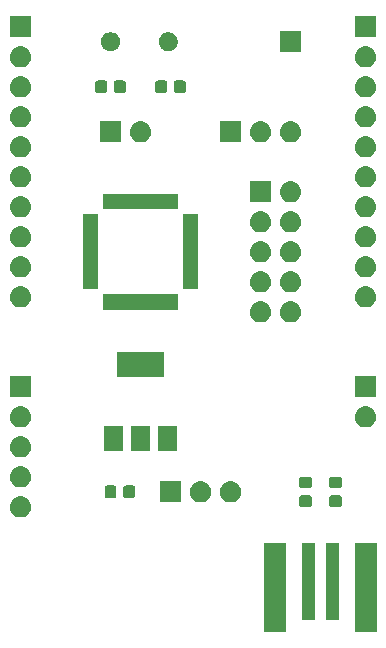
<source format=gbr>
G04 #@! TF.GenerationSoftware,KiCad,Pcbnew,(5.0.1-3-g963ef8bb5)*
G04 #@! TF.CreationDate,2019-11-01T03:39:26+09:00*
G04 #@! TF.ProjectId,DDAC8S,4444414338532E6B696361645F706362,rev?*
G04 #@! TF.SameCoordinates,Original*
G04 #@! TF.FileFunction,Soldermask,Top*
G04 #@! TF.FilePolarity,Negative*
%FSLAX46Y46*%
G04 Gerber Fmt 4.6, Leading zero omitted, Abs format (unit mm)*
G04 Created by KiCad (PCBNEW (5.0.1-3-g963ef8bb5)) date 2019 November 01, Friday 03:39:26*
%MOMM*%
%LPD*%
G01*
G04 APERTURE LIST*
%ADD10C,0.100000*%
G04 APERTURE END LIST*
D10*
G36*
X182551000Y-142686000D02*
X180749000Y-142686000D01*
X180749000Y-135174000D01*
X182551000Y-135174000D01*
X182551000Y-142686000D01*
X182551000Y-142686000D01*
G37*
G36*
X174851000Y-142686000D02*
X173049000Y-142686000D01*
X173049000Y-135174000D01*
X174851000Y-135174000D01*
X174851000Y-142686000D01*
X174851000Y-142686000D01*
G37*
G36*
X179351000Y-141686000D02*
X178249000Y-141686000D01*
X178249000Y-135174000D01*
X179351000Y-135174000D01*
X179351000Y-141686000D01*
X179351000Y-141686000D01*
G37*
G36*
X177351000Y-141686000D02*
X176249000Y-141686000D01*
X176249000Y-135174000D01*
X177351000Y-135174000D01*
X177351000Y-141686000D01*
X177351000Y-141686000D01*
G37*
G36*
X152507412Y-131185220D02*
X152576627Y-131192037D01*
X152673526Y-131221431D01*
X152746467Y-131243557D01*
X152861168Y-131304867D01*
X152902991Y-131327222D01*
X152934706Y-131353250D01*
X153040186Y-131439814D01*
X153123448Y-131541271D01*
X153152778Y-131577009D01*
X153152779Y-131577011D01*
X153236443Y-131733533D01*
X153236443Y-131733534D01*
X153287963Y-131903373D01*
X153305359Y-132080000D01*
X153287963Y-132256627D01*
X153253616Y-132369853D01*
X153236443Y-132426467D01*
X153162348Y-132565087D01*
X153152778Y-132582991D01*
X153123448Y-132618729D01*
X153040186Y-132720186D01*
X152938729Y-132803448D01*
X152902991Y-132832778D01*
X152902989Y-132832779D01*
X152746467Y-132916443D01*
X152689853Y-132933616D01*
X152576627Y-132967963D01*
X152510443Y-132974481D01*
X152444260Y-132981000D01*
X152355740Y-132981000D01*
X152289557Y-132974481D01*
X152223373Y-132967963D01*
X152110147Y-132933616D01*
X152053533Y-132916443D01*
X151897011Y-132832779D01*
X151897009Y-132832778D01*
X151861271Y-132803448D01*
X151759814Y-132720186D01*
X151676552Y-132618729D01*
X151647222Y-132582991D01*
X151637652Y-132565087D01*
X151563557Y-132426467D01*
X151546384Y-132369853D01*
X151512037Y-132256627D01*
X151494641Y-132080000D01*
X151512037Y-131903373D01*
X151563557Y-131733534D01*
X151563557Y-131733533D01*
X151647221Y-131577011D01*
X151647222Y-131577009D01*
X151676552Y-131541271D01*
X151759814Y-131439814D01*
X151865294Y-131353250D01*
X151897009Y-131327222D01*
X151938832Y-131304867D01*
X152053533Y-131243557D01*
X152126474Y-131221431D01*
X152223373Y-131192037D01*
X152292588Y-131185220D01*
X152355740Y-131179000D01*
X152444260Y-131179000D01*
X152507412Y-131185220D01*
X152507412Y-131185220D01*
G37*
G36*
X179449591Y-131113085D02*
X179483569Y-131123393D01*
X179514887Y-131140133D01*
X179542339Y-131162661D01*
X179564867Y-131190113D01*
X179581607Y-131221431D01*
X179591915Y-131255409D01*
X179596000Y-131296890D01*
X179596000Y-131898110D01*
X179591915Y-131939591D01*
X179581607Y-131973569D01*
X179564867Y-132004887D01*
X179542339Y-132032339D01*
X179514887Y-132054867D01*
X179483569Y-132071607D01*
X179449591Y-132081915D01*
X179408110Y-132086000D01*
X178731890Y-132086000D01*
X178690409Y-132081915D01*
X178656431Y-132071607D01*
X178625113Y-132054867D01*
X178597661Y-132032339D01*
X178575133Y-132004887D01*
X178558393Y-131973569D01*
X178548085Y-131939591D01*
X178544000Y-131898110D01*
X178544000Y-131296890D01*
X178548085Y-131255409D01*
X178558393Y-131221431D01*
X178575133Y-131190113D01*
X178597661Y-131162661D01*
X178625113Y-131140133D01*
X178656431Y-131123393D01*
X178690409Y-131113085D01*
X178731890Y-131109000D01*
X179408110Y-131109000D01*
X179449591Y-131113085D01*
X179449591Y-131113085D01*
G37*
G36*
X176909591Y-131113085D02*
X176943569Y-131123393D01*
X176974887Y-131140133D01*
X177002339Y-131162661D01*
X177024867Y-131190113D01*
X177041607Y-131221431D01*
X177051915Y-131255409D01*
X177056000Y-131296890D01*
X177056000Y-131898110D01*
X177051915Y-131939591D01*
X177041607Y-131973569D01*
X177024867Y-132004887D01*
X177002339Y-132032339D01*
X176974887Y-132054867D01*
X176943569Y-132071607D01*
X176909591Y-132081915D01*
X176868110Y-132086000D01*
X176191890Y-132086000D01*
X176150409Y-132081915D01*
X176116431Y-132071607D01*
X176085113Y-132054867D01*
X176057661Y-132032339D01*
X176035133Y-132004887D01*
X176018393Y-131973569D01*
X176008085Y-131939591D01*
X176004000Y-131898110D01*
X176004000Y-131296890D01*
X176008085Y-131255409D01*
X176018393Y-131221431D01*
X176035133Y-131190113D01*
X176057661Y-131162661D01*
X176085113Y-131140133D01*
X176116431Y-131123393D01*
X176150409Y-131113085D01*
X176191890Y-131109000D01*
X176868110Y-131109000D01*
X176909591Y-131113085D01*
X176909591Y-131113085D01*
G37*
G36*
X170290442Y-129915518D02*
X170356627Y-129922037D01*
X170469853Y-129956384D01*
X170526467Y-129973557D01*
X170656363Y-130042989D01*
X170682991Y-130057222D01*
X170718729Y-130086552D01*
X170820186Y-130169814D01*
X170899738Y-130266750D01*
X170932778Y-130307009D01*
X170932779Y-130307011D01*
X171016443Y-130463533D01*
X171030842Y-130511000D01*
X171067963Y-130633373D01*
X171085359Y-130810000D01*
X171067963Y-130986627D01*
X171036074Y-131091750D01*
X171016443Y-131156467D01*
X170961220Y-131259780D01*
X170932778Y-131312991D01*
X170917746Y-131331307D01*
X170820186Y-131450186D01*
X170718729Y-131533448D01*
X170682991Y-131562778D01*
X170682989Y-131562779D01*
X170526467Y-131646443D01*
X170469853Y-131663616D01*
X170356627Y-131697963D01*
X170290443Y-131704481D01*
X170224260Y-131711000D01*
X170135740Y-131711000D01*
X170069557Y-131704481D01*
X170003373Y-131697963D01*
X169890147Y-131663616D01*
X169833533Y-131646443D01*
X169677011Y-131562779D01*
X169677009Y-131562778D01*
X169641271Y-131533448D01*
X169539814Y-131450186D01*
X169442254Y-131331307D01*
X169427222Y-131312991D01*
X169398780Y-131259780D01*
X169343557Y-131156467D01*
X169323926Y-131091750D01*
X169292037Y-130986627D01*
X169274641Y-130810000D01*
X169292037Y-130633373D01*
X169329158Y-130511000D01*
X169343557Y-130463533D01*
X169427221Y-130307011D01*
X169427222Y-130307009D01*
X169460262Y-130266750D01*
X169539814Y-130169814D01*
X169641271Y-130086552D01*
X169677009Y-130057222D01*
X169703637Y-130042989D01*
X169833533Y-129973557D01*
X169890147Y-129956384D01*
X170003373Y-129922037D01*
X170069558Y-129915518D01*
X170135740Y-129909000D01*
X170224260Y-129909000D01*
X170290442Y-129915518D01*
X170290442Y-129915518D01*
G37*
G36*
X167750442Y-129915518D02*
X167816627Y-129922037D01*
X167929853Y-129956384D01*
X167986467Y-129973557D01*
X168116363Y-130042989D01*
X168142991Y-130057222D01*
X168178729Y-130086552D01*
X168280186Y-130169814D01*
X168359738Y-130266750D01*
X168392778Y-130307009D01*
X168392779Y-130307011D01*
X168476443Y-130463533D01*
X168490842Y-130511000D01*
X168527963Y-130633373D01*
X168545359Y-130810000D01*
X168527963Y-130986627D01*
X168496074Y-131091750D01*
X168476443Y-131156467D01*
X168421220Y-131259780D01*
X168392778Y-131312991D01*
X168377746Y-131331307D01*
X168280186Y-131450186D01*
X168178729Y-131533448D01*
X168142991Y-131562778D01*
X168142989Y-131562779D01*
X167986467Y-131646443D01*
X167929853Y-131663616D01*
X167816627Y-131697963D01*
X167750443Y-131704481D01*
X167684260Y-131711000D01*
X167595740Y-131711000D01*
X167529557Y-131704481D01*
X167463373Y-131697963D01*
X167350147Y-131663616D01*
X167293533Y-131646443D01*
X167137011Y-131562779D01*
X167137009Y-131562778D01*
X167101271Y-131533448D01*
X166999814Y-131450186D01*
X166902254Y-131331307D01*
X166887222Y-131312991D01*
X166858780Y-131259780D01*
X166803557Y-131156467D01*
X166783926Y-131091750D01*
X166752037Y-130986627D01*
X166734641Y-130810000D01*
X166752037Y-130633373D01*
X166789158Y-130511000D01*
X166803557Y-130463533D01*
X166887221Y-130307011D01*
X166887222Y-130307009D01*
X166920262Y-130266750D01*
X166999814Y-130169814D01*
X167101271Y-130086552D01*
X167137009Y-130057222D01*
X167163637Y-130042989D01*
X167293533Y-129973557D01*
X167350147Y-129956384D01*
X167463373Y-129922037D01*
X167529558Y-129915518D01*
X167595740Y-129909000D01*
X167684260Y-129909000D01*
X167750442Y-129915518D01*
X167750442Y-129915518D01*
G37*
G36*
X166001000Y-131711000D02*
X164199000Y-131711000D01*
X164199000Y-129909000D01*
X166001000Y-129909000D01*
X166001000Y-131711000D01*
X166001000Y-131711000D01*
G37*
G36*
X161937591Y-130288085D02*
X161971569Y-130298393D01*
X162002887Y-130315133D01*
X162030339Y-130337661D01*
X162052867Y-130365113D01*
X162069607Y-130396431D01*
X162079915Y-130430409D01*
X162084000Y-130471890D01*
X162084000Y-131148110D01*
X162079915Y-131189591D01*
X162069607Y-131223569D01*
X162052867Y-131254887D01*
X162030339Y-131282339D01*
X162002887Y-131304867D01*
X161971569Y-131321607D01*
X161937591Y-131331915D01*
X161896110Y-131336000D01*
X161294890Y-131336000D01*
X161253409Y-131331915D01*
X161219431Y-131321607D01*
X161188113Y-131304867D01*
X161160661Y-131282339D01*
X161138133Y-131254887D01*
X161121393Y-131223569D01*
X161111085Y-131189591D01*
X161107000Y-131148110D01*
X161107000Y-130471890D01*
X161111085Y-130430409D01*
X161121393Y-130396431D01*
X161138133Y-130365113D01*
X161160661Y-130337661D01*
X161188113Y-130315133D01*
X161219431Y-130298393D01*
X161253409Y-130288085D01*
X161294890Y-130284000D01*
X161896110Y-130284000D01*
X161937591Y-130288085D01*
X161937591Y-130288085D01*
G37*
G36*
X160362591Y-130288085D02*
X160396569Y-130298393D01*
X160427887Y-130315133D01*
X160455339Y-130337661D01*
X160477867Y-130365113D01*
X160494607Y-130396431D01*
X160504915Y-130430409D01*
X160509000Y-130471890D01*
X160509000Y-131148110D01*
X160504915Y-131189591D01*
X160494607Y-131223569D01*
X160477867Y-131254887D01*
X160455339Y-131282339D01*
X160427887Y-131304867D01*
X160396569Y-131321607D01*
X160362591Y-131331915D01*
X160321110Y-131336000D01*
X159719890Y-131336000D01*
X159678409Y-131331915D01*
X159644431Y-131321607D01*
X159613113Y-131304867D01*
X159585661Y-131282339D01*
X159563133Y-131254887D01*
X159546393Y-131223569D01*
X159536085Y-131189591D01*
X159532000Y-131148110D01*
X159532000Y-130471890D01*
X159536085Y-130430409D01*
X159546393Y-130396431D01*
X159563133Y-130365113D01*
X159585661Y-130337661D01*
X159613113Y-130315133D01*
X159644431Y-130298393D01*
X159678409Y-130288085D01*
X159719890Y-130284000D01*
X160321110Y-130284000D01*
X160362591Y-130288085D01*
X160362591Y-130288085D01*
G37*
G36*
X179449591Y-129538085D02*
X179483569Y-129548393D01*
X179514887Y-129565133D01*
X179542339Y-129587661D01*
X179564867Y-129615113D01*
X179581607Y-129646431D01*
X179591915Y-129680409D01*
X179596000Y-129721890D01*
X179596000Y-130323110D01*
X179591915Y-130364591D01*
X179581607Y-130398569D01*
X179564867Y-130429887D01*
X179542339Y-130457339D01*
X179514887Y-130479867D01*
X179483569Y-130496607D01*
X179449591Y-130506915D01*
X179408110Y-130511000D01*
X178731890Y-130511000D01*
X178690409Y-130506915D01*
X178656431Y-130496607D01*
X178625113Y-130479867D01*
X178597661Y-130457339D01*
X178575133Y-130429887D01*
X178558393Y-130398569D01*
X178548085Y-130364591D01*
X178544000Y-130323110D01*
X178544000Y-129721890D01*
X178548085Y-129680409D01*
X178558393Y-129646431D01*
X178575133Y-129615113D01*
X178597661Y-129587661D01*
X178625113Y-129565133D01*
X178656431Y-129548393D01*
X178690409Y-129538085D01*
X178731890Y-129534000D01*
X179408110Y-129534000D01*
X179449591Y-129538085D01*
X179449591Y-129538085D01*
G37*
G36*
X176909591Y-129538085D02*
X176943569Y-129548393D01*
X176974887Y-129565133D01*
X177002339Y-129587661D01*
X177024867Y-129615113D01*
X177041607Y-129646431D01*
X177051915Y-129680409D01*
X177056000Y-129721890D01*
X177056000Y-130323110D01*
X177051915Y-130364591D01*
X177041607Y-130398569D01*
X177024867Y-130429887D01*
X177002339Y-130457339D01*
X176974887Y-130479867D01*
X176943569Y-130496607D01*
X176909591Y-130506915D01*
X176868110Y-130511000D01*
X176191890Y-130511000D01*
X176150409Y-130506915D01*
X176116431Y-130496607D01*
X176085113Y-130479867D01*
X176057661Y-130457339D01*
X176035133Y-130429887D01*
X176018393Y-130398569D01*
X176008085Y-130364591D01*
X176004000Y-130323110D01*
X176004000Y-129721890D01*
X176008085Y-129680409D01*
X176018393Y-129646431D01*
X176035133Y-129615113D01*
X176057661Y-129587661D01*
X176085113Y-129565133D01*
X176116431Y-129548393D01*
X176150409Y-129538085D01*
X176191890Y-129534000D01*
X176868110Y-129534000D01*
X176909591Y-129538085D01*
X176909591Y-129538085D01*
G37*
G36*
X152510443Y-128645519D02*
X152576627Y-128652037D01*
X152689853Y-128686384D01*
X152746467Y-128703557D01*
X152885087Y-128777652D01*
X152902991Y-128787222D01*
X152938729Y-128816552D01*
X153040186Y-128899814D01*
X153123448Y-129001271D01*
X153152778Y-129037009D01*
X153152779Y-129037011D01*
X153236443Y-129193533D01*
X153236443Y-129193534D01*
X153287963Y-129363373D01*
X153305359Y-129540000D01*
X153287963Y-129716627D01*
X153269270Y-129778250D01*
X153236443Y-129886467D01*
X153217430Y-129922037D01*
X153152778Y-130042991D01*
X153123448Y-130078729D01*
X153040186Y-130180186D01*
X152938729Y-130263448D01*
X152902991Y-130292778D01*
X152902989Y-130292779D01*
X152746467Y-130376443D01*
X152693362Y-130392552D01*
X152576627Y-130427963D01*
X152510443Y-130434481D01*
X152444260Y-130441000D01*
X152355740Y-130441000D01*
X152289557Y-130434481D01*
X152223373Y-130427963D01*
X152106638Y-130392552D01*
X152053533Y-130376443D01*
X151897011Y-130292779D01*
X151897009Y-130292778D01*
X151861271Y-130263448D01*
X151759814Y-130180186D01*
X151676552Y-130078729D01*
X151647222Y-130042991D01*
X151582570Y-129922037D01*
X151563557Y-129886467D01*
X151530730Y-129778250D01*
X151512037Y-129716627D01*
X151494641Y-129540000D01*
X151512037Y-129363373D01*
X151563557Y-129193534D01*
X151563557Y-129193533D01*
X151647221Y-129037011D01*
X151647222Y-129037009D01*
X151676552Y-129001271D01*
X151759814Y-128899814D01*
X151861271Y-128816552D01*
X151897009Y-128787222D01*
X151914913Y-128777652D01*
X152053533Y-128703557D01*
X152110147Y-128686384D01*
X152223373Y-128652037D01*
X152289557Y-128645519D01*
X152355740Y-128639000D01*
X152444260Y-128639000D01*
X152510443Y-128645519D01*
X152510443Y-128645519D01*
G37*
G36*
X152510443Y-126105519D02*
X152576627Y-126112037D01*
X152689853Y-126146384D01*
X152746467Y-126163557D01*
X152885087Y-126237652D01*
X152902991Y-126247222D01*
X152938729Y-126276552D01*
X153040186Y-126359814D01*
X153123448Y-126461271D01*
X153152778Y-126497009D01*
X153152779Y-126497011D01*
X153236443Y-126653533D01*
X153236443Y-126653534D01*
X153287963Y-126823373D01*
X153305359Y-127000000D01*
X153287963Y-127176627D01*
X153253616Y-127289853D01*
X153236443Y-127346467D01*
X153212639Y-127391000D01*
X153152778Y-127502991D01*
X153123448Y-127538729D01*
X153040186Y-127640186D01*
X152938729Y-127723448D01*
X152902991Y-127752778D01*
X152902989Y-127752779D01*
X152746467Y-127836443D01*
X152689853Y-127853616D01*
X152576627Y-127887963D01*
X152510442Y-127894482D01*
X152444260Y-127901000D01*
X152355740Y-127901000D01*
X152289558Y-127894482D01*
X152223373Y-127887963D01*
X152110147Y-127853616D01*
X152053533Y-127836443D01*
X151897011Y-127752779D01*
X151897009Y-127752778D01*
X151861271Y-127723448D01*
X151759814Y-127640186D01*
X151676552Y-127538729D01*
X151647222Y-127502991D01*
X151587361Y-127391000D01*
X151563557Y-127346467D01*
X151546384Y-127289853D01*
X151512037Y-127176627D01*
X151494641Y-127000000D01*
X151512037Y-126823373D01*
X151563557Y-126653534D01*
X151563557Y-126653533D01*
X151647221Y-126497011D01*
X151647222Y-126497009D01*
X151676552Y-126461271D01*
X151759814Y-126359814D01*
X151861271Y-126276552D01*
X151897009Y-126247222D01*
X151914913Y-126237652D01*
X152053533Y-126163557D01*
X152110147Y-126146384D01*
X152223373Y-126112037D01*
X152289557Y-126105519D01*
X152355740Y-126099000D01*
X152444260Y-126099000D01*
X152510443Y-126105519D01*
X152510443Y-126105519D01*
G37*
G36*
X165661000Y-127391000D02*
X164059000Y-127391000D01*
X164059000Y-125289000D01*
X165661000Y-125289000D01*
X165661000Y-127391000D01*
X165661000Y-127391000D01*
G37*
G36*
X161061000Y-127391000D02*
X159459000Y-127391000D01*
X159459000Y-125289000D01*
X161061000Y-125289000D01*
X161061000Y-127391000D01*
X161061000Y-127391000D01*
G37*
G36*
X163361000Y-127391000D02*
X161759000Y-127391000D01*
X161759000Y-125289000D01*
X163361000Y-125289000D01*
X163361000Y-127391000D01*
X163361000Y-127391000D01*
G37*
G36*
X152510442Y-123565518D02*
X152576627Y-123572037D01*
X152689853Y-123606384D01*
X152746467Y-123623557D01*
X152885087Y-123697652D01*
X152902991Y-123707222D01*
X152938729Y-123736552D01*
X153040186Y-123819814D01*
X153123448Y-123921271D01*
X153152778Y-123957009D01*
X153152779Y-123957011D01*
X153236443Y-124113533D01*
X153236443Y-124113534D01*
X153287963Y-124283373D01*
X153305359Y-124460000D01*
X153287963Y-124636627D01*
X153253616Y-124749853D01*
X153236443Y-124806467D01*
X153162348Y-124945087D01*
X153152778Y-124962991D01*
X153123448Y-124998729D01*
X153040186Y-125100186D01*
X152938729Y-125183448D01*
X152902991Y-125212778D01*
X152902989Y-125212779D01*
X152746467Y-125296443D01*
X152689853Y-125313616D01*
X152576627Y-125347963D01*
X152510442Y-125354482D01*
X152444260Y-125361000D01*
X152355740Y-125361000D01*
X152289558Y-125354482D01*
X152223373Y-125347963D01*
X152110147Y-125313616D01*
X152053533Y-125296443D01*
X151897011Y-125212779D01*
X151897009Y-125212778D01*
X151861271Y-125183448D01*
X151759814Y-125100186D01*
X151676552Y-124998729D01*
X151647222Y-124962991D01*
X151637652Y-124945087D01*
X151563557Y-124806467D01*
X151546384Y-124749853D01*
X151512037Y-124636627D01*
X151494641Y-124460000D01*
X151512037Y-124283373D01*
X151563557Y-124113534D01*
X151563557Y-124113533D01*
X151647221Y-123957011D01*
X151647222Y-123957009D01*
X151676552Y-123921271D01*
X151759814Y-123819814D01*
X151861271Y-123736552D01*
X151897009Y-123707222D01*
X151914913Y-123697652D01*
X152053533Y-123623557D01*
X152110147Y-123606384D01*
X152223373Y-123572037D01*
X152289558Y-123565518D01*
X152355740Y-123559000D01*
X152444260Y-123559000D01*
X152510442Y-123565518D01*
X152510442Y-123565518D01*
G37*
G36*
X181720442Y-123565518D02*
X181786627Y-123572037D01*
X181899853Y-123606384D01*
X181956467Y-123623557D01*
X182095087Y-123697652D01*
X182112991Y-123707222D01*
X182148729Y-123736552D01*
X182250186Y-123819814D01*
X182333448Y-123921271D01*
X182362778Y-123957009D01*
X182362779Y-123957011D01*
X182446443Y-124113533D01*
X182446443Y-124113534D01*
X182497963Y-124283373D01*
X182515359Y-124460000D01*
X182497963Y-124636627D01*
X182463616Y-124749853D01*
X182446443Y-124806467D01*
X182372348Y-124945087D01*
X182362778Y-124962991D01*
X182333448Y-124998729D01*
X182250186Y-125100186D01*
X182148729Y-125183448D01*
X182112991Y-125212778D01*
X182112989Y-125212779D01*
X181956467Y-125296443D01*
X181899853Y-125313616D01*
X181786627Y-125347963D01*
X181720442Y-125354482D01*
X181654260Y-125361000D01*
X181565740Y-125361000D01*
X181499558Y-125354482D01*
X181433373Y-125347963D01*
X181320147Y-125313616D01*
X181263533Y-125296443D01*
X181107011Y-125212779D01*
X181107009Y-125212778D01*
X181071271Y-125183448D01*
X180969814Y-125100186D01*
X180886552Y-124998729D01*
X180857222Y-124962991D01*
X180847652Y-124945087D01*
X180773557Y-124806467D01*
X180756384Y-124749853D01*
X180722037Y-124636627D01*
X180704641Y-124460000D01*
X180722037Y-124283373D01*
X180773557Y-124113534D01*
X180773557Y-124113533D01*
X180857221Y-123957011D01*
X180857222Y-123957009D01*
X180886552Y-123921271D01*
X180969814Y-123819814D01*
X181071271Y-123736552D01*
X181107009Y-123707222D01*
X181124913Y-123697652D01*
X181263533Y-123623557D01*
X181320147Y-123606384D01*
X181433373Y-123572037D01*
X181499558Y-123565518D01*
X181565740Y-123559000D01*
X181654260Y-123559000D01*
X181720442Y-123565518D01*
X181720442Y-123565518D01*
G37*
G36*
X153301000Y-122821000D02*
X151499000Y-122821000D01*
X151499000Y-121019000D01*
X153301000Y-121019000D01*
X153301000Y-122821000D01*
X153301000Y-122821000D01*
G37*
G36*
X182511000Y-122821000D02*
X180709000Y-122821000D01*
X180709000Y-121019000D01*
X182511000Y-121019000D01*
X182511000Y-122821000D01*
X182511000Y-122821000D01*
G37*
G36*
X164511000Y-121091000D02*
X160609000Y-121091000D01*
X160609000Y-118989000D01*
X164511000Y-118989000D01*
X164511000Y-121091000D01*
X164511000Y-121091000D01*
G37*
G36*
X175370443Y-114675519D02*
X175436627Y-114682037D01*
X175549853Y-114716384D01*
X175606467Y-114733557D01*
X175736363Y-114802989D01*
X175762991Y-114817222D01*
X175798729Y-114846552D01*
X175900186Y-114929814D01*
X175983448Y-115031271D01*
X176012778Y-115067009D01*
X176012779Y-115067011D01*
X176096443Y-115223533D01*
X176096443Y-115223534D01*
X176147963Y-115393373D01*
X176165359Y-115570000D01*
X176147963Y-115746627D01*
X176113616Y-115859853D01*
X176096443Y-115916467D01*
X176022348Y-116055087D01*
X176012778Y-116072991D01*
X175983448Y-116108729D01*
X175900186Y-116210186D01*
X175798729Y-116293448D01*
X175762991Y-116322778D01*
X175762989Y-116322779D01*
X175606467Y-116406443D01*
X175549853Y-116423616D01*
X175436627Y-116457963D01*
X175370442Y-116464482D01*
X175304260Y-116471000D01*
X175215740Y-116471000D01*
X175149558Y-116464482D01*
X175083373Y-116457963D01*
X174970147Y-116423616D01*
X174913533Y-116406443D01*
X174757011Y-116322779D01*
X174757009Y-116322778D01*
X174721271Y-116293448D01*
X174619814Y-116210186D01*
X174536552Y-116108729D01*
X174507222Y-116072991D01*
X174497652Y-116055087D01*
X174423557Y-115916467D01*
X174406384Y-115859853D01*
X174372037Y-115746627D01*
X174354641Y-115570000D01*
X174372037Y-115393373D01*
X174423557Y-115223534D01*
X174423557Y-115223533D01*
X174507221Y-115067011D01*
X174507222Y-115067009D01*
X174536552Y-115031271D01*
X174619814Y-114929814D01*
X174721271Y-114846552D01*
X174757009Y-114817222D01*
X174783637Y-114802989D01*
X174913533Y-114733557D01*
X174970147Y-114716384D01*
X175083373Y-114682037D01*
X175149557Y-114675519D01*
X175215740Y-114669000D01*
X175304260Y-114669000D01*
X175370443Y-114675519D01*
X175370443Y-114675519D01*
G37*
G36*
X172830443Y-114675519D02*
X172896627Y-114682037D01*
X173009853Y-114716384D01*
X173066467Y-114733557D01*
X173196363Y-114802989D01*
X173222991Y-114817222D01*
X173258729Y-114846552D01*
X173360186Y-114929814D01*
X173443448Y-115031271D01*
X173472778Y-115067009D01*
X173472779Y-115067011D01*
X173556443Y-115223533D01*
X173556443Y-115223534D01*
X173607963Y-115393373D01*
X173625359Y-115570000D01*
X173607963Y-115746627D01*
X173573616Y-115859853D01*
X173556443Y-115916467D01*
X173482348Y-116055087D01*
X173472778Y-116072991D01*
X173443448Y-116108729D01*
X173360186Y-116210186D01*
X173258729Y-116293448D01*
X173222991Y-116322778D01*
X173222989Y-116322779D01*
X173066467Y-116406443D01*
X173009853Y-116423616D01*
X172896627Y-116457963D01*
X172830442Y-116464482D01*
X172764260Y-116471000D01*
X172675740Y-116471000D01*
X172609558Y-116464482D01*
X172543373Y-116457963D01*
X172430147Y-116423616D01*
X172373533Y-116406443D01*
X172217011Y-116322779D01*
X172217009Y-116322778D01*
X172181271Y-116293448D01*
X172079814Y-116210186D01*
X171996552Y-116108729D01*
X171967222Y-116072991D01*
X171957652Y-116055087D01*
X171883557Y-115916467D01*
X171866384Y-115859853D01*
X171832037Y-115746627D01*
X171814641Y-115570000D01*
X171832037Y-115393373D01*
X171883557Y-115223534D01*
X171883557Y-115223533D01*
X171967221Y-115067011D01*
X171967222Y-115067009D01*
X171996552Y-115031271D01*
X172079814Y-114929814D01*
X172181271Y-114846552D01*
X172217009Y-114817222D01*
X172243637Y-114802989D01*
X172373533Y-114733557D01*
X172430147Y-114716384D01*
X172543373Y-114682037D01*
X172609557Y-114675519D01*
X172675740Y-114669000D01*
X172764260Y-114669000D01*
X172830443Y-114675519D01*
X172830443Y-114675519D01*
G37*
G36*
X165711000Y-115391000D02*
X159409000Y-115391000D01*
X159409000Y-114089000D01*
X165711000Y-114089000D01*
X165711000Y-115391000D01*
X165711000Y-115391000D01*
G37*
G36*
X181720443Y-113405519D02*
X181786627Y-113412037D01*
X181899853Y-113446384D01*
X181956467Y-113463557D01*
X182086363Y-113532989D01*
X182112991Y-113547222D01*
X182148729Y-113576552D01*
X182250186Y-113659814D01*
X182333448Y-113761271D01*
X182362778Y-113797009D01*
X182362779Y-113797011D01*
X182446443Y-113953533D01*
X182446443Y-113953534D01*
X182497963Y-114123373D01*
X182515359Y-114300000D01*
X182497963Y-114476627D01*
X182463616Y-114589853D01*
X182446443Y-114646467D01*
X182427430Y-114682037D01*
X182362778Y-114802991D01*
X182333448Y-114838729D01*
X182250186Y-114940186D01*
X182148729Y-115023448D01*
X182112991Y-115052778D01*
X182112989Y-115052779D01*
X181956467Y-115136443D01*
X181899853Y-115153616D01*
X181786627Y-115187963D01*
X181720442Y-115194482D01*
X181654260Y-115201000D01*
X181565740Y-115201000D01*
X181499558Y-115194482D01*
X181433373Y-115187963D01*
X181320147Y-115153616D01*
X181263533Y-115136443D01*
X181107011Y-115052779D01*
X181107009Y-115052778D01*
X181071271Y-115023448D01*
X180969814Y-114940186D01*
X180886552Y-114838729D01*
X180857222Y-114802991D01*
X180792570Y-114682037D01*
X180773557Y-114646467D01*
X180756384Y-114589853D01*
X180722037Y-114476627D01*
X180704641Y-114300000D01*
X180722037Y-114123373D01*
X180773557Y-113953534D01*
X180773557Y-113953533D01*
X180857221Y-113797011D01*
X180857222Y-113797009D01*
X180886552Y-113761271D01*
X180969814Y-113659814D01*
X181071271Y-113576552D01*
X181107009Y-113547222D01*
X181133637Y-113532989D01*
X181263533Y-113463557D01*
X181320147Y-113446384D01*
X181433373Y-113412037D01*
X181499557Y-113405519D01*
X181565740Y-113399000D01*
X181654260Y-113399000D01*
X181720443Y-113405519D01*
X181720443Y-113405519D01*
G37*
G36*
X152510443Y-113405519D02*
X152576627Y-113412037D01*
X152689853Y-113446384D01*
X152746467Y-113463557D01*
X152876363Y-113532989D01*
X152902991Y-113547222D01*
X152938729Y-113576552D01*
X153040186Y-113659814D01*
X153123448Y-113761271D01*
X153152778Y-113797009D01*
X153152779Y-113797011D01*
X153236443Y-113953533D01*
X153236443Y-113953534D01*
X153287963Y-114123373D01*
X153305359Y-114300000D01*
X153287963Y-114476627D01*
X153253616Y-114589853D01*
X153236443Y-114646467D01*
X153217430Y-114682037D01*
X153152778Y-114802991D01*
X153123448Y-114838729D01*
X153040186Y-114940186D01*
X152938729Y-115023448D01*
X152902991Y-115052778D01*
X152902989Y-115052779D01*
X152746467Y-115136443D01*
X152689853Y-115153616D01*
X152576627Y-115187963D01*
X152510442Y-115194482D01*
X152444260Y-115201000D01*
X152355740Y-115201000D01*
X152289558Y-115194482D01*
X152223373Y-115187963D01*
X152110147Y-115153616D01*
X152053533Y-115136443D01*
X151897011Y-115052779D01*
X151897009Y-115052778D01*
X151861271Y-115023448D01*
X151759814Y-114940186D01*
X151676552Y-114838729D01*
X151647222Y-114802991D01*
X151582570Y-114682037D01*
X151563557Y-114646467D01*
X151546384Y-114589853D01*
X151512037Y-114476627D01*
X151494641Y-114300000D01*
X151512037Y-114123373D01*
X151563557Y-113953534D01*
X151563557Y-113953533D01*
X151647221Y-113797011D01*
X151647222Y-113797009D01*
X151676552Y-113761271D01*
X151759814Y-113659814D01*
X151861271Y-113576552D01*
X151897009Y-113547222D01*
X151923637Y-113532989D01*
X152053533Y-113463557D01*
X152110147Y-113446384D01*
X152223373Y-113412037D01*
X152289557Y-113405519D01*
X152355740Y-113399000D01*
X152444260Y-113399000D01*
X152510443Y-113405519D01*
X152510443Y-113405519D01*
G37*
G36*
X172830443Y-112135519D02*
X172896627Y-112142037D01*
X173009853Y-112176384D01*
X173066467Y-112193557D01*
X173196363Y-112262989D01*
X173222991Y-112277222D01*
X173258729Y-112306552D01*
X173360186Y-112389814D01*
X173443448Y-112491271D01*
X173472778Y-112527009D01*
X173472779Y-112527011D01*
X173556443Y-112683533D01*
X173556443Y-112683534D01*
X173607963Y-112853373D01*
X173625359Y-113030000D01*
X173607963Y-113206627D01*
X173573616Y-113319853D01*
X173556443Y-113376467D01*
X173537430Y-113412037D01*
X173472778Y-113532991D01*
X173443448Y-113568729D01*
X173360186Y-113670186D01*
X173258729Y-113753448D01*
X173222991Y-113782778D01*
X173222989Y-113782779D01*
X173066467Y-113866443D01*
X173009853Y-113883616D01*
X172896627Y-113917963D01*
X172830443Y-113924481D01*
X172764260Y-113931000D01*
X172675740Y-113931000D01*
X172609557Y-113924481D01*
X172543373Y-113917963D01*
X172430147Y-113883616D01*
X172373533Y-113866443D01*
X172217011Y-113782779D01*
X172217009Y-113782778D01*
X172181271Y-113753448D01*
X172079814Y-113670186D01*
X171996552Y-113568729D01*
X171967222Y-113532991D01*
X171902570Y-113412037D01*
X171883557Y-113376467D01*
X171866384Y-113319853D01*
X171832037Y-113206627D01*
X171814641Y-113030000D01*
X171832037Y-112853373D01*
X171883557Y-112683534D01*
X171883557Y-112683533D01*
X171967221Y-112527011D01*
X171967222Y-112527009D01*
X171996552Y-112491271D01*
X172079814Y-112389814D01*
X172181271Y-112306552D01*
X172217009Y-112277222D01*
X172243637Y-112262989D01*
X172373533Y-112193557D01*
X172430147Y-112176384D01*
X172543373Y-112142037D01*
X172609557Y-112135519D01*
X172675740Y-112129000D01*
X172764260Y-112129000D01*
X172830443Y-112135519D01*
X172830443Y-112135519D01*
G37*
G36*
X175370443Y-112135519D02*
X175436627Y-112142037D01*
X175549853Y-112176384D01*
X175606467Y-112193557D01*
X175736363Y-112262989D01*
X175762991Y-112277222D01*
X175798729Y-112306552D01*
X175900186Y-112389814D01*
X175983448Y-112491271D01*
X176012778Y-112527009D01*
X176012779Y-112527011D01*
X176096443Y-112683533D01*
X176096443Y-112683534D01*
X176147963Y-112853373D01*
X176165359Y-113030000D01*
X176147963Y-113206627D01*
X176113616Y-113319853D01*
X176096443Y-113376467D01*
X176077430Y-113412037D01*
X176012778Y-113532991D01*
X175983448Y-113568729D01*
X175900186Y-113670186D01*
X175798729Y-113753448D01*
X175762991Y-113782778D01*
X175762989Y-113782779D01*
X175606467Y-113866443D01*
X175549853Y-113883616D01*
X175436627Y-113917963D01*
X175370443Y-113924481D01*
X175304260Y-113931000D01*
X175215740Y-113931000D01*
X175149557Y-113924481D01*
X175083373Y-113917963D01*
X174970147Y-113883616D01*
X174913533Y-113866443D01*
X174757011Y-113782779D01*
X174757009Y-113782778D01*
X174721271Y-113753448D01*
X174619814Y-113670186D01*
X174536552Y-113568729D01*
X174507222Y-113532991D01*
X174442570Y-113412037D01*
X174423557Y-113376467D01*
X174406384Y-113319853D01*
X174372037Y-113206627D01*
X174354641Y-113030000D01*
X174372037Y-112853373D01*
X174423557Y-112683534D01*
X174423557Y-112683533D01*
X174507221Y-112527011D01*
X174507222Y-112527009D01*
X174536552Y-112491271D01*
X174619814Y-112389814D01*
X174721271Y-112306552D01*
X174757009Y-112277222D01*
X174783637Y-112262989D01*
X174913533Y-112193557D01*
X174970147Y-112176384D01*
X175083373Y-112142037D01*
X175149557Y-112135519D01*
X175215740Y-112129000D01*
X175304260Y-112129000D01*
X175370443Y-112135519D01*
X175370443Y-112135519D01*
G37*
G36*
X158961000Y-113641000D02*
X157659000Y-113641000D01*
X157659000Y-107339000D01*
X158961000Y-107339000D01*
X158961000Y-113641000D01*
X158961000Y-113641000D01*
G37*
G36*
X167461000Y-113641000D02*
X166159000Y-113641000D01*
X166159000Y-107339000D01*
X167461000Y-107339000D01*
X167461000Y-113641000D01*
X167461000Y-113641000D01*
G37*
G36*
X152510442Y-110865518D02*
X152576627Y-110872037D01*
X152689853Y-110906384D01*
X152746467Y-110923557D01*
X152876363Y-110992989D01*
X152902991Y-111007222D01*
X152938729Y-111036552D01*
X153040186Y-111119814D01*
X153123448Y-111221271D01*
X153152778Y-111257009D01*
X153152779Y-111257011D01*
X153236443Y-111413533D01*
X153236443Y-111413534D01*
X153287963Y-111583373D01*
X153305359Y-111760000D01*
X153287963Y-111936627D01*
X153256302Y-112041000D01*
X153236443Y-112106467D01*
X153219053Y-112139000D01*
X153152778Y-112262991D01*
X153123448Y-112298729D01*
X153040186Y-112400186D01*
X152938729Y-112483448D01*
X152902991Y-112512778D01*
X152902989Y-112512779D01*
X152746467Y-112596443D01*
X152689853Y-112613616D01*
X152576627Y-112647963D01*
X152510442Y-112654482D01*
X152444260Y-112661000D01*
X152355740Y-112661000D01*
X152289558Y-112654482D01*
X152223373Y-112647963D01*
X152110147Y-112613616D01*
X152053533Y-112596443D01*
X151897011Y-112512779D01*
X151897009Y-112512778D01*
X151861271Y-112483448D01*
X151759814Y-112400186D01*
X151676552Y-112298729D01*
X151647222Y-112262991D01*
X151580947Y-112139000D01*
X151563557Y-112106467D01*
X151543698Y-112041000D01*
X151512037Y-111936627D01*
X151494641Y-111760000D01*
X151512037Y-111583373D01*
X151563557Y-111413534D01*
X151563557Y-111413533D01*
X151647221Y-111257011D01*
X151647222Y-111257009D01*
X151676552Y-111221271D01*
X151759814Y-111119814D01*
X151861271Y-111036552D01*
X151897009Y-111007222D01*
X151923637Y-110992989D01*
X152053533Y-110923557D01*
X152110147Y-110906384D01*
X152223373Y-110872037D01*
X152289558Y-110865518D01*
X152355740Y-110859000D01*
X152444260Y-110859000D01*
X152510442Y-110865518D01*
X152510442Y-110865518D01*
G37*
G36*
X181720442Y-110865518D02*
X181786627Y-110872037D01*
X181899853Y-110906384D01*
X181956467Y-110923557D01*
X182086363Y-110992989D01*
X182112991Y-111007222D01*
X182148729Y-111036552D01*
X182250186Y-111119814D01*
X182333448Y-111221271D01*
X182362778Y-111257009D01*
X182362779Y-111257011D01*
X182446443Y-111413533D01*
X182446443Y-111413534D01*
X182497963Y-111583373D01*
X182515359Y-111760000D01*
X182497963Y-111936627D01*
X182466302Y-112041000D01*
X182446443Y-112106467D01*
X182429053Y-112139000D01*
X182362778Y-112262991D01*
X182333448Y-112298729D01*
X182250186Y-112400186D01*
X182148729Y-112483448D01*
X182112991Y-112512778D01*
X182112989Y-112512779D01*
X181956467Y-112596443D01*
X181899853Y-112613616D01*
X181786627Y-112647963D01*
X181720442Y-112654482D01*
X181654260Y-112661000D01*
X181565740Y-112661000D01*
X181499558Y-112654482D01*
X181433373Y-112647963D01*
X181320147Y-112613616D01*
X181263533Y-112596443D01*
X181107011Y-112512779D01*
X181107009Y-112512778D01*
X181071271Y-112483448D01*
X180969814Y-112400186D01*
X180886552Y-112298729D01*
X180857222Y-112262991D01*
X180790947Y-112139000D01*
X180773557Y-112106467D01*
X180753698Y-112041000D01*
X180722037Y-111936627D01*
X180704641Y-111760000D01*
X180722037Y-111583373D01*
X180773557Y-111413534D01*
X180773557Y-111413533D01*
X180857221Y-111257011D01*
X180857222Y-111257009D01*
X180886552Y-111221271D01*
X180969814Y-111119814D01*
X181071271Y-111036552D01*
X181107009Y-111007222D01*
X181133637Y-110992989D01*
X181263533Y-110923557D01*
X181320147Y-110906384D01*
X181433373Y-110872037D01*
X181499558Y-110865518D01*
X181565740Y-110859000D01*
X181654260Y-110859000D01*
X181720442Y-110865518D01*
X181720442Y-110865518D01*
G37*
G36*
X175370442Y-109595518D02*
X175436627Y-109602037D01*
X175549853Y-109636384D01*
X175606467Y-109653557D01*
X175736363Y-109722989D01*
X175762991Y-109737222D01*
X175765157Y-109739000D01*
X175900186Y-109849814D01*
X175983448Y-109951271D01*
X176012778Y-109987009D01*
X176012779Y-109987011D01*
X176096443Y-110143533D01*
X176096443Y-110143534D01*
X176147963Y-110313373D01*
X176165359Y-110490000D01*
X176147963Y-110666627D01*
X176113616Y-110779853D01*
X176096443Y-110836467D01*
X176077430Y-110872037D01*
X176012778Y-110992991D01*
X175983448Y-111028729D01*
X175900186Y-111130186D01*
X175798729Y-111213448D01*
X175762991Y-111242778D01*
X175762989Y-111242779D01*
X175606467Y-111326443D01*
X175565071Y-111339000D01*
X175436627Y-111377963D01*
X175370443Y-111384481D01*
X175304260Y-111391000D01*
X175215740Y-111391000D01*
X175149557Y-111384481D01*
X175083373Y-111377963D01*
X174954929Y-111339000D01*
X174913533Y-111326443D01*
X174757011Y-111242779D01*
X174757009Y-111242778D01*
X174721271Y-111213448D01*
X174619814Y-111130186D01*
X174536552Y-111028729D01*
X174507222Y-110992991D01*
X174442570Y-110872037D01*
X174423557Y-110836467D01*
X174406384Y-110779853D01*
X174372037Y-110666627D01*
X174354641Y-110490000D01*
X174372037Y-110313373D01*
X174423557Y-110143534D01*
X174423557Y-110143533D01*
X174507221Y-109987011D01*
X174507222Y-109987009D01*
X174536552Y-109951271D01*
X174619814Y-109849814D01*
X174754843Y-109739000D01*
X174757009Y-109737222D01*
X174783637Y-109722989D01*
X174913533Y-109653557D01*
X174970147Y-109636384D01*
X175083373Y-109602037D01*
X175149558Y-109595518D01*
X175215740Y-109589000D01*
X175304260Y-109589000D01*
X175370442Y-109595518D01*
X175370442Y-109595518D01*
G37*
G36*
X172830442Y-109595518D02*
X172896627Y-109602037D01*
X173009853Y-109636384D01*
X173066467Y-109653557D01*
X173196363Y-109722989D01*
X173222991Y-109737222D01*
X173225157Y-109739000D01*
X173360186Y-109849814D01*
X173443448Y-109951271D01*
X173472778Y-109987009D01*
X173472779Y-109987011D01*
X173556443Y-110143533D01*
X173556443Y-110143534D01*
X173607963Y-110313373D01*
X173625359Y-110490000D01*
X173607963Y-110666627D01*
X173573616Y-110779853D01*
X173556443Y-110836467D01*
X173537430Y-110872037D01*
X173472778Y-110992991D01*
X173443448Y-111028729D01*
X173360186Y-111130186D01*
X173258729Y-111213448D01*
X173222991Y-111242778D01*
X173222989Y-111242779D01*
X173066467Y-111326443D01*
X173025071Y-111339000D01*
X172896627Y-111377963D01*
X172830443Y-111384481D01*
X172764260Y-111391000D01*
X172675740Y-111391000D01*
X172609557Y-111384481D01*
X172543373Y-111377963D01*
X172414929Y-111339000D01*
X172373533Y-111326443D01*
X172217011Y-111242779D01*
X172217009Y-111242778D01*
X172181271Y-111213448D01*
X172079814Y-111130186D01*
X171996552Y-111028729D01*
X171967222Y-110992991D01*
X171902570Y-110872037D01*
X171883557Y-110836467D01*
X171866384Y-110779853D01*
X171832037Y-110666627D01*
X171814641Y-110490000D01*
X171832037Y-110313373D01*
X171883557Y-110143534D01*
X171883557Y-110143533D01*
X171967221Y-109987011D01*
X171967222Y-109987009D01*
X171996552Y-109951271D01*
X172079814Y-109849814D01*
X172214843Y-109739000D01*
X172217009Y-109737222D01*
X172243637Y-109722989D01*
X172373533Y-109653557D01*
X172430147Y-109636384D01*
X172543373Y-109602037D01*
X172609558Y-109595518D01*
X172675740Y-109589000D01*
X172764260Y-109589000D01*
X172830442Y-109595518D01*
X172830442Y-109595518D01*
G37*
G36*
X181720443Y-108325519D02*
X181786627Y-108332037D01*
X181899853Y-108366384D01*
X181956467Y-108383557D01*
X182086363Y-108452989D01*
X182112991Y-108467222D01*
X182148729Y-108496552D01*
X182250186Y-108579814D01*
X182333448Y-108681271D01*
X182362778Y-108717009D01*
X182362779Y-108717011D01*
X182446443Y-108873533D01*
X182446443Y-108873534D01*
X182497963Y-109043373D01*
X182515359Y-109220000D01*
X182497963Y-109396627D01*
X182463616Y-109509853D01*
X182446443Y-109566467D01*
X182399892Y-109653557D01*
X182362778Y-109722991D01*
X182333448Y-109758729D01*
X182250186Y-109860186D01*
X182148729Y-109943448D01*
X182112991Y-109972778D01*
X182112989Y-109972779D01*
X181956467Y-110056443D01*
X181899853Y-110073616D01*
X181786627Y-110107963D01*
X181720443Y-110114481D01*
X181654260Y-110121000D01*
X181565740Y-110121000D01*
X181499557Y-110114481D01*
X181433373Y-110107963D01*
X181320147Y-110073616D01*
X181263533Y-110056443D01*
X181107011Y-109972779D01*
X181107009Y-109972778D01*
X181071271Y-109943448D01*
X180969814Y-109860186D01*
X180886552Y-109758729D01*
X180857222Y-109722991D01*
X180820108Y-109653557D01*
X180773557Y-109566467D01*
X180756384Y-109509853D01*
X180722037Y-109396627D01*
X180704641Y-109220000D01*
X180722037Y-109043373D01*
X180773557Y-108873534D01*
X180773557Y-108873533D01*
X180857221Y-108717011D01*
X180857222Y-108717009D01*
X180886552Y-108681271D01*
X180969814Y-108579814D01*
X181071271Y-108496552D01*
X181107009Y-108467222D01*
X181133637Y-108452989D01*
X181263533Y-108383557D01*
X181320147Y-108366384D01*
X181433373Y-108332037D01*
X181499557Y-108325519D01*
X181565740Y-108319000D01*
X181654260Y-108319000D01*
X181720443Y-108325519D01*
X181720443Y-108325519D01*
G37*
G36*
X152510443Y-108325519D02*
X152576627Y-108332037D01*
X152689853Y-108366384D01*
X152746467Y-108383557D01*
X152876363Y-108452989D01*
X152902991Y-108467222D01*
X152938729Y-108496552D01*
X153040186Y-108579814D01*
X153123448Y-108681271D01*
X153152778Y-108717009D01*
X153152779Y-108717011D01*
X153236443Y-108873533D01*
X153236443Y-108873534D01*
X153287963Y-109043373D01*
X153305359Y-109220000D01*
X153287963Y-109396627D01*
X153253616Y-109509853D01*
X153236443Y-109566467D01*
X153189892Y-109653557D01*
X153152778Y-109722991D01*
X153123448Y-109758729D01*
X153040186Y-109860186D01*
X152938729Y-109943448D01*
X152902991Y-109972778D01*
X152902989Y-109972779D01*
X152746467Y-110056443D01*
X152689853Y-110073616D01*
X152576627Y-110107963D01*
X152510443Y-110114481D01*
X152444260Y-110121000D01*
X152355740Y-110121000D01*
X152289557Y-110114481D01*
X152223373Y-110107963D01*
X152110147Y-110073616D01*
X152053533Y-110056443D01*
X151897011Y-109972779D01*
X151897009Y-109972778D01*
X151861271Y-109943448D01*
X151759814Y-109860186D01*
X151676552Y-109758729D01*
X151647222Y-109722991D01*
X151610108Y-109653557D01*
X151563557Y-109566467D01*
X151546384Y-109509853D01*
X151512037Y-109396627D01*
X151494641Y-109220000D01*
X151512037Y-109043373D01*
X151563557Y-108873534D01*
X151563557Y-108873533D01*
X151647221Y-108717011D01*
X151647222Y-108717009D01*
X151676552Y-108681271D01*
X151759814Y-108579814D01*
X151861271Y-108496552D01*
X151897009Y-108467222D01*
X151923637Y-108452989D01*
X152053533Y-108383557D01*
X152110147Y-108366384D01*
X152223373Y-108332037D01*
X152289557Y-108325519D01*
X152355740Y-108319000D01*
X152444260Y-108319000D01*
X152510443Y-108325519D01*
X152510443Y-108325519D01*
G37*
G36*
X175370442Y-107055518D02*
X175436627Y-107062037D01*
X175549853Y-107096384D01*
X175606467Y-107113557D01*
X175736363Y-107182989D01*
X175762991Y-107197222D01*
X175798729Y-107226552D01*
X175900186Y-107309814D01*
X175983448Y-107411271D01*
X176012778Y-107447009D01*
X176012779Y-107447011D01*
X176096443Y-107603533D01*
X176096443Y-107603534D01*
X176147963Y-107773373D01*
X176165359Y-107950000D01*
X176147963Y-108126627D01*
X176113616Y-108239853D01*
X176096443Y-108296467D01*
X176077430Y-108332037D01*
X176012778Y-108452991D01*
X175983448Y-108488729D01*
X175900186Y-108590186D01*
X175798729Y-108673448D01*
X175762991Y-108702778D01*
X175762989Y-108702779D01*
X175606467Y-108786443D01*
X175549853Y-108803616D01*
X175436627Y-108837963D01*
X175370442Y-108844482D01*
X175304260Y-108851000D01*
X175215740Y-108851000D01*
X175149558Y-108844482D01*
X175083373Y-108837963D01*
X174970147Y-108803616D01*
X174913533Y-108786443D01*
X174757011Y-108702779D01*
X174757009Y-108702778D01*
X174721271Y-108673448D01*
X174619814Y-108590186D01*
X174536552Y-108488729D01*
X174507222Y-108452991D01*
X174442570Y-108332037D01*
X174423557Y-108296467D01*
X174406384Y-108239853D01*
X174372037Y-108126627D01*
X174354641Y-107950000D01*
X174372037Y-107773373D01*
X174423557Y-107603534D01*
X174423557Y-107603533D01*
X174507221Y-107447011D01*
X174507222Y-107447009D01*
X174536552Y-107411271D01*
X174619814Y-107309814D01*
X174721271Y-107226552D01*
X174757009Y-107197222D01*
X174783637Y-107182989D01*
X174913533Y-107113557D01*
X174970147Y-107096384D01*
X175083373Y-107062037D01*
X175149558Y-107055518D01*
X175215740Y-107049000D01*
X175304260Y-107049000D01*
X175370442Y-107055518D01*
X175370442Y-107055518D01*
G37*
G36*
X172830442Y-107055518D02*
X172896627Y-107062037D01*
X173009853Y-107096384D01*
X173066467Y-107113557D01*
X173196363Y-107182989D01*
X173222991Y-107197222D01*
X173258729Y-107226552D01*
X173360186Y-107309814D01*
X173443448Y-107411271D01*
X173472778Y-107447009D01*
X173472779Y-107447011D01*
X173556443Y-107603533D01*
X173556443Y-107603534D01*
X173607963Y-107773373D01*
X173625359Y-107950000D01*
X173607963Y-108126627D01*
X173573616Y-108239853D01*
X173556443Y-108296467D01*
X173537430Y-108332037D01*
X173472778Y-108452991D01*
X173443448Y-108488729D01*
X173360186Y-108590186D01*
X173258729Y-108673448D01*
X173222991Y-108702778D01*
X173222989Y-108702779D01*
X173066467Y-108786443D01*
X173009853Y-108803616D01*
X172896627Y-108837963D01*
X172830442Y-108844482D01*
X172764260Y-108851000D01*
X172675740Y-108851000D01*
X172609558Y-108844482D01*
X172543373Y-108837963D01*
X172430147Y-108803616D01*
X172373533Y-108786443D01*
X172217011Y-108702779D01*
X172217009Y-108702778D01*
X172181271Y-108673448D01*
X172079814Y-108590186D01*
X171996552Y-108488729D01*
X171967222Y-108452991D01*
X171902570Y-108332037D01*
X171883557Y-108296467D01*
X171866384Y-108239853D01*
X171832037Y-108126627D01*
X171814641Y-107950000D01*
X171832037Y-107773373D01*
X171883557Y-107603534D01*
X171883557Y-107603533D01*
X171967221Y-107447011D01*
X171967222Y-107447009D01*
X171996552Y-107411271D01*
X172079814Y-107309814D01*
X172181271Y-107226552D01*
X172217009Y-107197222D01*
X172243637Y-107182989D01*
X172373533Y-107113557D01*
X172430147Y-107096384D01*
X172543373Y-107062037D01*
X172609558Y-107055518D01*
X172675740Y-107049000D01*
X172764260Y-107049000D01*
X172830442Y-107055518D01*
X172830442Y-107055518D01*
G37*
G36*
X181720443Y-105785519D02*
X181786627Y-105792037D01*
X181899853Y-105826384D01*
X181956467Y-105843557D01*
X182086363Y-105912989D01*
X182112991Y-105927222D01*
X182148729Y-105956552D01*
X182250186Y-106039814D01*
X182333448Y-106141271D01*
X182362778Y-106177009D01*
X182362779Y-106177011D01*
X182446443Y-106333533D01*
X182446443Y-106333534D01*
X182497963Y-106503373D01*
X182515359Y-106680000D01*
X182497963Y-106856627D01*
X182487536Y-106891000D01*
X182446443Y-107026467D01*
X182427430Y-107062037D01*
X182362778Y-107182991D01*
X182333448Y-107218729D01*
X182250186Y-107320186D01*
X182148729Y-107403448D01*
X182112991Y-107432778D01*
X182112989Y-107432779D01*
X181956467Y-107516443D01*
X181899853Y-107533616D01*
X181786627Y-107567963D01*
X181720443Y-107574481D01*
X181654260Y-107581000D01*
X181565740Y-107581000D01*
X181499557Y-107574481D01*
X181433373Y-107567963D01*
X181320147Y-107533616D01*
X181263533Y-107516443D01*
X181107011Y-107432779D01*
X181107009Y-107432778D01*
X181071271Y-107403448D01*
X180969814Y-107320186D01*
X180886552Y-107218729D01*
X180857222Y-107182991D01*
X180792570Y-107062037D01*
X180773557Y-107026467D01*
X180732464Y-106891000D01*
X180722037Y-106856627D01*
X180704641Y-106680000D01*
X180722037Y-106503373D01*
X180773557Y-106333534D01*
X180773557Y-106333533D01*
X180857221Y-106177011D01*
X180857222Y-106177009D01*
X180886552Y-106141271D01*
X180969814Y-106039814D01*
X181071271Y-105956552D01*
X181107009Y-105927222D01*
X181133637Y-105912989D01*
X181263533Y-105843557D01*
X181320147Y-105826384D01*
X181433373Y-105792037D01*
X181499557Y-105785519D01*
X181565740Y-105779000D01*
X181654260Y-105779000D01*
X181720443Y-105785519D01*
X181720443Y-105785519D01*
G37*
G36*
X152510443Y-105785519D02*
X152576627Y-105792037D01*
X152689853Y-105826384D01*
X152746467Y-105843557D01*
X152876363Y-105912989D01*
X152902991Y-105927222D01*
X152938729Y-105956552D01*
X153040186Y-106039814D01*
X153123448Y-106141271D01*
X153152778Y-106177009D01*
X153152779Y-106177011D01*
X153236443Y-106333533D01*
X153236443Y-106333534D01*
X153287963Y-106503373D01*
X153305359Y-106680000D01*
X153287963Y-106856627D01*
X153277536Y-106891000D01*
X153236443Y-107026467D01*
X153217430Y-107062037D01*
X153152778Y-107182991D01*
X153123448Y-107218729D01*
X153040186Y-107320186D01*
X152938729Y-107403448D01*
X152902991Y-107432778D01*
X152902989Y-107432779D01*
X152746467Y-107516443D01*
X152689853Y-107533616D01*
X152576627Y-107567963D01*
X152510443Y-107574481D01*
X152444260Y-107581000D01*
X152355740Y-107581000D01*
X152289557Y-107574481D01*
X152223373Y-107567963D01*
X152110147Y-107533616D01*
X152053533Y-107516443D01*
X151897011Y-107432779D01*
X151897009Y-107432778D01*
X151861271Y-107403448D01*
X151759814Y-107320186D01*
X151676552Y-107218729D01*
X151647222Y-107182991D01*
X151582570Y-107062037D01*
X151563557Y-107026467D01*
X151522464Y-106891000D01*
X151512037Y-106856627D01*
X151494641Y-106680000D01*
X151512037Y-106503373D01*
X151563557Y-106333534D01*
X151563557Y-106333533D01*
X151647221Y-106177011D01*
X151647222Y-106177009D01*
X151676552Y-106141271D01*
X151759814Y-106039814D01*
X151861271Y-105956552D01*
X151897009Y-105927222D01*
X151923637Y-105912989D01*
X152053533Y-105843557D01*
X152110147Y-105826384D01*
X152223373Y-105792037D01*
X152289557Y-105785519D01*
X152355740Y-105779000D01*
X152444260Y-105779000D01*
X152510443Y-105785519D01*
X152510443Y-105785519D01*
G37*
G36*
X165711000Y-106891000D02*
X159409000Y-106891000D01*
X159409000Y-105589000D01*
X165711000Y-105589000D01*
X165711000Y-106891000D01*
X165711000Y-106891000D01*
G37*
G36*
X173621000Y-106311000D02*
X171819000Y-106311000D01*
X171819000Y-104509000D01*
X173621000Y-104509000D01*
X173621000Y-106311000D01*
X173621000Y-106311000D01*
G37*
G36*
X175370443Y-104515519D02*
X175436627Y-104522037D01*
X175549853Y-104556384D01*
X175606467Y-104573557D01*
X175736363Y-104642989D01*
X175762991Y-104657222D01*
X175798729Y-104686552D01*
X175900186Y-104769814D01*
X175983448Y-104871271D01*
X176012778Y-104907009D01*
X176012779Y-104907011D01*
X176096443Y-105063533D01*
X176096443Y-105063534D01*
X176147963Y-105233373D01*
X176165359Y-105410000D01*
X176147963Y-105586627D01*
X176147243Y-105589000D01*
X176096443Y-105756467D01*
X176077430Y-105792037D01*
X176012778Y-105912991D01*
X175983448Y-105948729D01*
X175900186Y-106050186D01*
X175798729Y-106133448D01*
X175762991Y-106162778D01*
X175762989Y-106162779D01*
X175606467Y-106246443D01*
X175549853Y-106263616D01*
X175436627Y-106297963D01*
X175370442Y-106304482D01*
X175304260Y-106311000D01*
X175215740Y-106311000D01*
X175149558Y-106304482D01*
X175083373Y-106297963D01*
X174970147Y-106263616D01*
X174913533Y-106246443D01*
X174757011Y-106162779D01*
X174757009Y-106162778D01*
X174721271Y-106133448D01*
X174619814Y-106050186D01*
X174536552Y-105948729D01*
X174507222Y-105912991D01*
X174442570Y-105792037D01*
X174423557Y-105756467D01*
X174372757Y-105589000D01*
X174372037Y-105586627D01*
X174354641Y-105410000D01*
X174372037Y-105233373D01*
X174423557Y-105063534D01*
X174423557Y-105063533D01*
X174507221Y-104907011D01*
X174507222Y-104907009D01*
X174536552Y-104871271D01*
X174619814Y-104769814D01*
X174721271Y-104686552D01*
X174757009Y-104657222D01*
X174783637Y-104642989D01*
X174913533Y-104573557D01*
X174970147Y-104556384D01*
X175083373Y-104522037D01*
X175149557Y-104515519D01*
X175215740Y-104509000D01*
X175304260Y-104509000D01*
X175370443Y-104515519D01*
X175370443Y-104515519D01*
G37*
G36*
X181720443Y-103245519D02*
X181786627Y-103252037D01*
X181899853Y-103286384D01*
X181956467Y-103303557D01*
X182095087Y-103377652D01*
X182112991Y-103387222D01*
X182148729Y-103416552D01*
X182250186Y-103499814D01*
X182333448Y-103601271D01*
X182362778Y-103637009D01*
X182362779Y-103637011D01*
X182446443Y-103793533D01*
X182446443Y-103793534D01*
X182497963Y-103963373D01*
X182515359Y-104140000D01*
X182497963Y-104316627D01*
X182463616Y-104429853D01*
X182446443Y-104486467D01*
X182427430Y-104522037D01*
X182362778Y-104642991D01*
X182333448Y-104678729D01*
X182250186Y-104780186D01*
X182148729Y-104863448D01*
X182112991Y-104892778D01*
X182112989Y-104892779D01*
X181956467Y-104976443D01*
X181899853Y-104993616D01*
X181786627Y-105027963D01*
X181720442Y-105034482D01*
X181654260Y-105041000D01*
X181565740Y-105041000D01*
X181499557Y-105034481D01*
X181433373Y-105027963D01*
X181320147Y-104993616D01*
X181263533Y-104976443D01*
X181107011Y-104892779D01*
X181107009Y-104892778D01*
X181071271Y-104863448D01*
X180969814Y-104780186D01*
X180886552Y-104678729D01*
X180857222Y-104642991D01*
X180792570Y-104522037D01*
X180773557Y-104486467D01*
X180756384Y-104429853D01*
X180722037Y-104316627D01*
X180704641Y-104140000D01*
X180722037Y-103963373D01*
X180773557Y-103793534D01*
X180773557Y-103793533D01*
X180857221Y-103637011D01*
X180857222Y-103637009D01*
X180886552Y-103601271D01*
X180969814Y-103499814D01*
X181071271Y-103416552D01*
X181107009Y-103387222D01*
X181124913Y-103377652D01*
X181263533Y-103303557D01*
X181320147Y-103286384D01*
X181433373Y-103252037D01*
X181499558Y-103245518D01*
X181565740Y-103239000D01*
X181654260Y-103239000D01*
X181720443Y-103245519D01*
X181720443Y-103245519D01*
G37*
G36*
X152510443Y-103245519D02*
X152576627Y-103252037D01*
X152689853Y-103286384D01*
X152746467Y-103303557D01*
X152885087Y-103377652D01*
X152902991Y-103387222D01*
X152938729Y-103416552D01*
X153040186Y-103499814D01*
X153123448Y-103601271D01*
X153152778Y-103637009D01*
X153152779Y-103637011D01*
X153236443Y-103793533D01*
X153236443Y-103793534D01*
X153287963Y-103963373D01*
X153305359Y-104140000D01*
X153287963Y-104316627D01*
X153253616Y-104429853D01*
X153236443Y-104486467D01*
X153217430Y-104522037D01*
X153152778Y-104642991D01*
X153123448Y-104678729D01*
X153040186Y-104780186D01*
X152938729Y-104863448D01*
X152902991Y-104892778D01*
X152902989Y-104892779D01*
X152746467Y-104976443D01*
X152689853Y-104993616D01*
X152576627Y-105027963D01*
X152510442Y-105034482D01*
X152444260Y-105041000D01*
X152355740Y-105041000D01*
X152289557Y-105034481D01*
X152223373Y-105027963D01*
X152110147Y-104993616D01*
X152053533Y-104976443D01*
X151897011Y-104892779D01*
X151897009Y-104892778D01*
X151861271Y-104863448D01*
X151759814Y-104780186D01*
X151676552Y-104678729D01*
X151647222Y-104642991D01*
X151582570Y-104522037D01*
X151563557Y-104486467D01*
X151546384Y-104429853D01*
X151512037Y-104316627D01*
X151494641Y-104140000D01*
X151512037Y-103963373D01*
X151563557Y-103793534D01*
X151563557Y-103793533D01*
X151647221Y-103637011D01*
X151647222Y-103637009D01*
X151676552Y-103601271D01*
X151759814Y-103499814D01*
X151861271Y-103416552D01*
X151897009Y-103387222D01*
X151914913Y-103377652D01*
X152053533Y-103303557D01*
X152110147Y-103286384D01*
X152223373Y-103252037D01*
X152289558Y-103245518D01*
X152355740Y-103239000D01*
X152444260Y-103239000D01*
X152510443Y-103245519D01*
X152510443Y-103245519D01*
G37*
G36*
X181720443Y-100705519D02*
X181786627Y-100712037D01*
X181899853Y-100746384D01*
X181956467Y-100763557D01*
X182086363Y-100832989D01*
X182112991Y-100847222D01*
X182148729Y-100876552D01*
X182250186Y-100959814D01*
X182333448Y-101061271D01*
X182362778Y-101097009D01*
X182362779Y-101097011D01*
X182446443Y-101253533D01*
X182446443Y-101253534D01*
X182497963Y-101423373D01*
X182515359Y-101600000D01*
X182497963Y-101776627D01*
X182463616Y-101889853D01*
X182446443Y-101946467D01*
X182372348Y-102085087D01*
X182362778Y-102102991D01*
X182333448Y-102138729D01*
X182250186Y-102240186D01*
X182148729Y-102323448D01*
X182112991Y-102352778D01*
X182112989Y-102352779D01*
X181956467Y-102436443D01*
X181899853Y-102453616D01*
X181786627Y-102487963D01*
X181720442Y-102494482D01*
X181654260Y-102501000D01*
X181565740Y-102501000D01*
X181499558Y-102494482D01*
X181433373Y-102487963D01*
X181320147Y-102453616D01*
X181263533Y-102436443D01*
X181107011Y-102352779D01*
X181107009Y-102352778D01*
X181071271Y-102323448D01*
X180969814Y-102240186D01*
X180886552Y-102138729D01*
X180857222Y-102102991D01*
X180847652Y-102085087D01*
X180773557Y-101946467D01*
X180756384Y-101889853D01*
X180722037Y-101776627D01*
X180704641Y-101600000D01*
X180722037Y-101423373D01*
X180773557Y-101253534D01*
X180773557Y-101253533D01*
X180857221Y-101097011D01*
X180857222Y-101097009D01*
X180886552Y-101061271D01*
X180969814Y-100959814D01*
X181071271Y-100876552D01*
X181107009Y-100847222D01*
X181133637Y-100832989D01*
X181263533Y-100763557D01*
X181320147Y-100746384D01*
X181433373Y-100712037D01*
X181499557Y-100705519D01*
X181565740Y-100699000D01*
X181654260Y-100699000D01*
X181720443Y-100705519D01*
X181720443Y-100705519D01*
G37*
G36*
X152510443Y-100705519D02*
X152576627Y-100712037D01*
X152689853Y-100746384D01*
X152746467Y-100763557D01*
X152876363Y-100832989D01*
X152902991Y-100847222D01*
X152938729Y-100876552D01*
X153040186Y-100959814D01*
X153123448Y-101061271D01*
X153152778Y-101097009D01*
X153152779Y-101097011D01*
X153236443Y-101253533D01*
X153236443Y-101253534D01*
X153287963Y-101423373D01*
X153305359Y-101600000D01*
X153287963Y-101776627D01*
X153253616Y-101889853D01*
X153236443Y-101946467D01*
X153162348Y-102085087D01*
X153152778Y-102102991D01*
X153123448Y-102138729D01*
X153040186Y-102240186D01*
X152938729Y-102323448D01*
X152902991Y-102352778D01*
X152902989Y-102352779D01*
X152746467Y-102436443D01*
X152689853Y-102453616D01*
X152576627Y-102487963D01*
X152510442Y-102494482D01*
X152444260Y-102501000D01*
X152355740Y-102501000D01*
X152289558Y-102494482D01*
X152223373Y-102487963D01*
X152110147Y-102453616D01*
X152053533Y-102436443D01*
X151897011Y-102352779D01*
X151897009Y-102352778D01*
X151861271Y-102323448D01*
X151759814Y-102240186D01*
X151676552Y-102138729D01*
X151647222Y-102102991D01*
X151637652Y-102085087D01*
X151563557Y-101946467D01*
X151546384Y-101889853D01*
X151512037Y-101776627D01*
X151494641Y-101600000D01*
X151512037Y-101423373D01*
X151563557Y-101253534D01*
X151563557Y-101253533D01*
X151647221Y-101097011D01*
X151647222Y-101097009D01*
X151676552Y-101061271D01*
X151759814Y-100959814D01*
X151861271Y-100876552D01*
X151897009Y-100847222D01*
X151923637Y-100832989D01*
X152053533Y-100763557D01*
X152110147Y-100746384D01*
X152223373Y-100712037D01*
X152289557Y-100705519D01*
X152355740Y-100699000D01*
X152444260Y-100699000D01*
X152510443Y-100705519D01*
X152510443Y-100705519D01*
G37*
G36*
X175370443Y-99435519D02*
X175436627Y-99442037D01*
X175549853Y-99476384D01*
X175606467Y-99493557D01*
X175736363Y-99562989D01*
X175762991Y-99577222D01*
X175798729Y-99606552D01*
X175900186Y-99689814D01*
X175983448Y-99791271D01*
X176012778Y-99827009D01*
X176012779Y-99827011D01*
X176096443Y-99983533D01*
X176096443Y-99983534D01*
X176147963Y-100153373D01*
X176165359Y-100330000D01*
X176147963Y-100506627D01*
X176113616Y-100619853D01*
X176096443Y-100676467D01*
X176077430Y-100712037D01*
X176012778Y-100832991D01*
X175983448Y-100868729D01*
X175900186Y-100970186D01*
X175798729Y-101053448D01*
X175762991Y-101082778D01*
X175762989Y-101082779D01*
X175606467Y-101166443D01*
X175549853Y-101183616D01*
X175436627Y-101217963D01*
X175370443Y-101224481D01*
X175304260Y-101231000D01*
X175215740Y-101231000D01*
X175149558Y-101224482D01*
X175083373Y-101217963D01*
X174970147Y-101183616D01*
X174913533Y-101166443D01*
X174757011Y-101082779D01*
X174757009Y-101082778D01*
X174721271Y-101053448D01*
X174619814Y-100970186D01*
X174536552Y-100868729D01*
X174507222Y-100832991D01*
X174442570Y-100712037D01*
X174423557Y-100676467D01*
X174406384Y-100619853D01*
X174372037Y-100506627D01*
X174354641Y-100330000D01*
X174372037Y-100153373D01*
X174423557Y-99983534D01*
X174423557Y-99983533D01*
X174507221Y-99827011D01*
X174507222Y-99827009D01*
X174536552Y-99791271D01*
X174619814Y-99689814D01*
X174721271Y-99606552D01*
X174757009Y-99577222D01*
X174783637Y-99562989D01*
X174913533Y-99493557D01*
X174970147Y-99476384D01*
X175083373Y-99442037D01*
X175149558Y-99435518D01*
X175215740Y-99429000D01*
X175304260Y-99429000D01*
X175370443Y-99435519D01*
X175370443Y-99435519D01*
G37*
G36*
X172830443Y-99435519D02*
X172896627Y-99442037D01*
X173009853Y-99476384D01*
X173066467Y-99493557D01*
X173196363Y-99562989D01*
X173222991Y-99577222D01*
X173258729Y-99606552D01*
X173360186Y-99689814D01*
X173443448Y-99791271D01*
X173472778Y-99827009D01*
X173472779Y-99827011D01*
X173556443Y-99983533D01*
X173556443Y-99983534D01*
X173607963Y-100153373D01*
X173625359Y-100330000D01*
X173607963Y-100506627D01*
X173573616Y-100619853D01*
X173556443Y-100676467D01*
X173537430Y-100712037D01*
X173472778Y-100832991D01*
X173443448Y-100868729D01*
X173360186Y-100970186D01*
X173258729Y-101053448D01*
X173222991Y-101082778D01*
X173222989Y-101082779D01*
X173066467Y-101166443D01*
X173009853Y-101183616D01*
X172896627Y-101217963D01*
X172830443Y-101224481D01*
X172764260Y-101231000D01*
X172675740Y-101231000D01*
X172609558Y-101224482D01*
X172543373Y-101217963D01*
X172430147Y-101183616D01*
X172373533Y-101166443D01*
X172217011Y-101082779D01*
X172217009Y-101082778D01*
X172181271Y-101053448D01*
X172079814Y-100970186D01*
X171996552Y-100868729D01*
X171967222Y-100832991D01*
X171902570Y-100712037D01*
X171883557Y-100676467D01*
X171866384Y-100619853D01*
X171832037Y-100506627D01*
X171814641Y-100330000D01*
X171832037Y-100153373D01*
X171883557Y-99983534D01*
X171883557Y-99983533D01*
X171967221Y-99827011D01*
X171967222Y-99827009D01*
X171996552Y-99791271D01*
X172079814Y-99689814D01*
X172181271Y-99606552D01*
X172217009Y-99577222D01*
X172243637Y-99562989D01*
X172373533Y-99493557D01*
X172430147Y-99476384D01*
X172543373Y-99442037D01*
X172609558Y-99435518D01*
X172675740Y-99429000D01*
X172764260Y-99429000D01*
X172830443Y-99435519D01*
X172830443Y-99435519D01*
G37*
G36*
X171081000Y-101231000D02*
X169279000Y-101231000D01*
X169279000Y-99429000D01*
X171081000Y-99429000D01*
X171081000Y-101231000D01*
X171081000Y-101231000D01*
G37*
G36*
X162670443Y-99435519D02*
X162736627Y-99442037D01*
X162849853Y-99476384D01*
X162906467Y-99493557D01*
X163036363Y-99562989D01*
X163062991Y-99577222D01*
X163098729Y-99606552D01*
X163200186Y-99689814D01*
X163283448Y-99791271D01*
X163312778Y-99827009D01*
X163312779Y-99827011D01*
X163396443Y-99983533D01*
X163396443Y-99983534D01*
X163447963Y-100153373D01*
X163465359Y-100330000D01*
X163447963Y-100506627D01*
X163413616Y-100619853D01*
X163396443Y-100676467D01*
X163377430Y-100712037D01*
X163312778Y-100832991D01*
X163283448Y-100868729D01*
X163200186Y-100970186D01*
X163098729Y-101053448D01*
X163062991Y-101082778D01*
X163062989Y-101082779D01*
X162906467Y-101166443D01*
X162849853Y-101183616D01*
X162736627Y-101217963D01*
X162670443Y-101224481D01*
X162604260Y-101231000D01*
X162515740Y-101231000D01*
X162449558Y-101224482D01*
X162383373Y-101217963D01*
X162270147Y-101183616D01*
X162213533Y-101166443D01*
X162057011Y-101082779D01*
X162057009Y-101082778D01*
X162021271Y-101053448D01*
X161919814Y-100970186D01*
X161836552Y-100868729D01*
X161807222Y-100832991D01*
X161742570Y-100712037D01*
X161723557Y-100676467D01*
X161706384Y-100619853D01*
X161672037Y-100506627D01*
X161654641Y-100330000D01*
X161672037Y-100153373D01*
X161723557Y-99983534D01*
X161723557Y-99983533D01*
X161807221Y-99827011D01*
X161807222Y-99827009D01*
X161836552Y-99791271D01*
X161919814Y-99689814D01*
X162021271Y-99606552D01*
X162057009Y-99577222D01*
X162083637Y-99562989D01*
X162213533Y-99493557D01*
X162270147Y-99476384D01*
X162383373Y-99442037D01*
X162449558Y-99435518D01*
X162515740Y-99429000D01*
X162604260Y-99429000D01*
X162670443Y-99435519D01*
X162670443Y-99435519D01*
G37*
G36*
X160921000Y-101231000D02*
X159119000Y-101231000D01*
X159119000Y-99429000D01*
X160921000Y-99429000D01*
X160921000Y-101231000D01*
X160921000Y-101231000D01*
G37*
G36*
X181720443Y-98165519D02*
X181786627Y-98172037D01*
X181899853Y-98206384D01*
X181956467Y-98223557D01*
X182095087Y-98297652D01*
X182112991Y-98307222D01*
X182148729Y-98336552D01*
X182250186Y-98419814D01*
X182333448Y-98521271D01*
X182362778Y-98557009D01*
X182362779Y-98557011D01*
X182446443Y-98713533D01*
X182446443Y-98713534D01*
X182497963Y-98883373D01*
X182515359Y-99060000D01*
X182497963Y-99236627D01*
X182463616Y-99349853D01*
X182446443Y-99406467D01*
X182427430Y-99442037D01*
X182362778Y-99562991D01*
X182333448Y-99598729D01*
X182250186Y-99700186D01*
X182148729Y-99783448D01*
X182112991Y-99812778D01*
X182112989Y-99812779D01*
X181956467Y-99896443D01*
X181899853Y-99913616D01*
X181786627Y-99947963D01*
X181720443Y-99954481D01*
X181654260Y-99961000D01*
X181565740Y-99961000D01*
X181499557Y-99954481D01*
X181433373Y-99947963D01*
X181320147Y-99913616D01*
X181263533Y-99896443D01*
X181107011Y-99812779D01*
X181107009Y-99812778D01*
X181071271Y-99783448D01*
X180969814Y-99700186D01*
X180886552Y-99598729D01*
X180857222Y-99562991D01*
X180792570Y-99442037D01*
X180773557Y-99406467D01*
X180756384Y-99349853D01*
X180722037Y-99236627D01*
X180704641Y-99060000D01*
X180722037Y-98883373D01*
X180773557Y-98713534D01*
X180773557Y-98713533D01*
X180857221Y-98557011D01*
X180857222Y-98557009D01*
X180886552Y-98521271D01*
X180969814Y-98419814D01*
X181071271Y-98336552D01*
X181107009Y-98307222D01*
X181124913Y-98297652D01*
X181263533Y-98223557D01*
X181320147Y-98206384D01*
X181433373Y-98172037D01*
X181499557Y-98165519D01*
X181565740Y-98159000D01*
X181654260Y-98159000D01*
X181720443Y-98165519D01*
X181720443Y-98165519D01*
G37*
G36*
X152510443Y-98165519D02*
X152576627Y-98172037D01*
X152689853Y-98206384D01*
X152746467Y-98223557D01*
X152885087Y-98297652D01*
X152902991Y-98307222D01*
X152938729Y-98336552D01*
X153040186Y-98419814D01*
X153123448Y-98521271D01*
X153152778Y-98557009D01*
X153152779Y-98557011D01*
X153236443Y-98713533D01*
X153236443Y-98713534D01*
X153287963Y-98883373D01*
X153305359Y-99060000D01*
X153287963Y-99236627D01*
X153253616Y-99349853D01*
X153236443Y-99406467D01*
X153217430Y-99442037D01*
X153152778Y-99562991D01*
X153123448Y-99598729D01*
X153040186Y-99700186D01*
X152938729Y-99783448D01*
X152902991Y-99812778D01*
X152902989Y-99812779D01*
X152746467Y-99896443D01*
X152689853Y-99913616D01*
X152576627Y-99947963D01*
X152510443Y-99954481D01*
X152444260Y-99961000D01*
X152355740Y-99961000D01*
X152289557Y-99954481D01*
X152223373Y-99947963D01*
X152110147Y-99913616D01*
X152053533Y-99896443D01*
X151897011Y-99812779D01*
X151897009Y-99812778D01*
X151861271Y-99783448D01*
X151759814Y-99700186D01*
X151676552Y-99598729D01*
X151647222Y-99562991D01*
X151582570Y-99442037D01*
X151563557Y-99406467D01*
X151546384Y-99349853D01*
X151512037Y-99236627D01*
X151494641Y-99060000D01*
X151512037Y-98883373D01*
X151563557Y-98713534D01*
X151563557Y-98713533D01*
X151647221Y-98557011D01*
X151647222Y-98557009D01*
X151676552Y-98521271D01*
X151759814Y-98419814D01*
X151861271Y-98336552D01*
X151897009Y-98307222D01*
X151914913Y-98297652D01*
X152053533Y-98223557D01*
X152110147Y-98206384D01*
X152223373Y-98172037D01*
X152289557Y-98165519D01*
X152355740Y-98159000D01*
X152444260Y-98159000D01*
X152510443Y-98165519D01*
X152510443Y-98165519D01*
G37*
G36*
X181720442Y-95625518D02*
X181786627Y-95632037D01*
X181899853Y-95666384D01*
X181956467Y-95683557D01*
X182095087Y-95757652D01*
X182112991Y-95767222D01*
X182148729Y-95796552D01*
X182250186Y-95879814D01*
X182333448Y-95981271D01*
X182362778Y-96017009D01*
X182362779Y-96017011D01*
X182446443Y-96173533D01*
X182446443Y-96173534D01*
X182497963Y-96343373D01*
X182515359Y-96520000D01*
X182497963Y-96696627D01*
X182466074Y-96801750D01*
X182446443Y-96866467D01*
X182388718Y-96974461D01*
X182362778Y-97022991D01*
X182347746Y-97041307D01*
X182250186Y-97160186D01*
X182148729Y-97243448D01*
X182112991Y-97272778D01*
X182112989Y-97272779D01*
X181956467Y-97356443D01*
X181899853Y-97373616D01*
X181786627Y-97407963D01*
X181720442Y-97414482D01*
X181654260Y-97421000D01*
X181565740Y-97421000D01*
X181499558Y-97414482D01*
X181433373Y-97407963D01*
X181320147Y-97373616D01*
X181263533Y-97356443D01*
X181107011Y-97272779D01*
X181107009Y-97272778D01*
X181071271Y-97243448D01*
X180969814Y-97160186D01*
X180872254Y-97041307D01*
X180857222Y-97022991D01*
X180831282Y-96974461D01*
X180773557Y-96866467D01*
X180753926Y-96801750D01*
X180722037Y-96696627D01*
X180704641Y-96520000D01*
X180722037Y-96343373D01*
X180773557Y-96173534D01*
X180773557Y-96173533D01*
X180857221Y-96017011D01*
X180857222Y-96017009D01*
X180886552Y-95981271D01*
X180969814Y-95879814D01*
X181071271Y-95796552D01*
X181107009Y-95767222D01*
X181124913Y-95757652D01*
X181263533Y-95683557D01*
X181320147Y-95666384D01*
X181433373Y-95632037D01*
X181499558Y-95625518D01*
X181565740Y-95619000D01*
X181654260Y-95619000D01*
X181720442Y-95625518D01*
X181720442Y-95625518D01*
G37*
G36*
X152510442Y-95625518D02*
X152576627Y-95632037D01*
X152689853Y-95666384D01*
X152746467Y-95683557D01*
X152885087Y-95757652D01*
X152902991Y-95767222D01*
X152938729Y-95796552D01*
X153040186Y-95879814D01*
X153123448Y-95981271D01*
X153152778Y-96017009D01*
X153152779Y-96017011D01*
X153236443Y-96173533D01*
X153236443Y-96173534D01*
X153287963Y-96343373D01*
X153305359Y-96520000D01*
X153287963Y-96696627D01*
X153256074Y-96801750D01*
X153236443Y-96866467D01*
X153178718Y-96974461D01*
X153152778Y-97022991D01*
X153137746Y-97041307D01*
X153040186Y-97160186D01*
X152938729Y-97243448D01*
X152902991Y-97272778D01*
X152902989Y-97272779D01*
X152746467Y-97356443D01*
X152689853Y-97373616D01*
X152576627Y-97407963D01*
X152510442Y-97414482D01*
X152444260Y-97421000D01*
X152355740Y-97421000D01*
X152289558Y-97414482D01*
X152223373Y-97407963D01*
X152110147Y-97373616D01*
X152053533Y-97356443D01*
X151897011Y-97272779D01*
X151897009Y-97272778D01*
X151861271Y-97243448D01*
X151759814Y-97160186D01*
X151662254Y-97041307D01*
X151647222Y-97022991D01*
X151621282Y-96974461D01*
X151563557Y-96866467D01*
X151543926Y-96801750D01*
X151512037Y-96696627D01*
X151494641Y-96520000D01*
X151512037Y-96343373D01*
X151563557Y-96173534D01*
X151563557Y-96173533D01*
X151647221Y-96017011D01*
X151647222Y-96017009D01*
X151676552Y-95981271D01*
X151759814Y-95879814D01*
X151861271Y-95796552D01*
X151897009Y-95767222D01*
X151914913Y-95757652D01*
X152053533Y-95683557D01*
X152110147Y-95666384D01*
X152223373Y-95632037D01*
X152289558Y-95625518D01*
X152355740Y-95619000D01*
X152444260Y-95619000D01*
X152510442Y-95625518D01*
X152510442Y-95625518D01*
G37*
G36*
X166229591Y-95998085D02*
X166263569Y-96008393D01*
X166294887Y-96025133D01*
X166322339Y-96047661D01*
X166344867Y-96075113D01*
X166361607Y-96106431D01*
X166371915Y-96140409D01*
X166376000Y-96181890D01*
X166376000Y-96858110D01*
X166371915Y-96899591D01*
X166361607Y-96933569D01*
X166344867Y-96964887D01*
X166322339Y-96992339D01*
X166294887Y-97014867D01*
X166263569Y-97031607D01*
X166229591Y-97041915D01*
X166188110Y-97046000D01*
X165586890Y-97046000D01*
X165545409Y-97041915D01*
X165511431Y-97031607D01*
X165480113Y-97014867D01*
X165452661Y-96992339D01*
X165430133Y-96964887D01*
X165413393Y-96933569D01*
X165403085Y-96899591D01*
X165399000Y-96858110D01*
X165399000Y-96181890D01*
X165403085Y-96140409D01*
X165413393Y-96106431D01*
X165430133Y-96075113D01*
X165452661Y-96047661D01*
X165480113Y-96025133D01*
X165511431Y-96008393D01*
X165545409Y-95998085D01*
X165586890Y-95994000D01*
X166188110Y-95994000D01*
X166229591Y-95998085D01*
X166229591Y-95998085D01*
G37*
G36*
X164654591Y-95998085D02*
X164688569Y-96008393D01*
X164719887Y-96025133D01*
X164747339Y-96047661D01*
X164769867Y-96075113D01*
X164786607Y-96106431D01*
X164796915Y-96140409D01*
X164801000Y-96181890D01*
X164801000Y-96858110D01*
X164796915Y-96899591D01*
X164786607Y-96933569D01*
X164769867Y-96964887D01*
X164747339Y-96992339D01*
X164719887Y-97014867D01*
X164688569Y-97031607D01*
X164654591Y-97041915D01*
X164613110Y-97046000D01*
X164011890Y-97046000D01*
X163970409Y-97041915D01*
X163936431Y-97031607D01*
X163905113Y-97014867D01*
X163877661Y-96992339D01*
X163855133Y-96964887D01*
X163838393Y-96933569D01*
X163828085Y-96899591D01*
X163824000Y-96858110D01*
X163824000Y-96181890D01*
X163828085Y-96140409D01*
X163838393Y-96106431D01*
X163855133Y-96075113D01*
X163877661Y-96047661D01*
X163905113Y-96025133D01*
X163936431Y-96008393D01*
X163970409Y-95998085D01*
X164011890Y-95994000D01*
X164613110Y-95994000D01*
X164654591Y-95998085D01*
X164654591Y-95998085D01*
G37*
G36*
X161149591Y-95998085D02*
X161183569Y-96008393D01*
X161214887Y-96025133D01*
X161242339Y-96047661D01*
X161264867Y-96075113D01*
X161281607Y-96106431D01*
X161291915Y-96140409D01*
X161296000Y-96181890D01*
X161296000Y-96858110D01*
X161291915Y-96899591D01*
X161281607Y-96933569D01*
X161264867Y-96964887D01*
X161242339Y-96992339D01*
X161214887Y-97014867D01*
X161183569Y-97031607D01*
X161149591Y-97041915D01*
X161108110Y-97046000D01*
X160506890Y-97046000D01*
X160465409Y-97041915D01*
X160431431Y-97031607D01*
X160400113Y-97014867D01*
X160372661Y-96992339D01*
X160350133Y-96964887D01*
X160333393Y-96933569D01*
X160323085Y-96899591D01*
X160319000Y-96858110D01*
X160319000Y-96181890D01*
X160323085Y-96140409D01*
X160333393Y-96106431D01*
X160350133Y-96075113D01*
X160372661Y-96047661D01*
X160400113Y-96025133D01*
X160431431Y-96008393D01*
X160465409Y-95998085D01*
X160506890Y-95994000D01*
X161108110Y-95994000D01*
X161149591Y-95998085D01*
X161149591Y-95998085D01*
G37*
G36*
X159574591Y-95998085D02*
X159608569Y-96008393D01*
X159639887Y-96025133D01*
X159667339Y-96047661D01*
X159689867Y-96075113D01*
X159706607Y-96106431D01*
X159716915Y-96140409D01*
X159721000Y-96181890D01*
X159721000Y-96858110D01*
X159716915Y-96899591D01*
X159706607Y-96933569D01*
X159689867Y-96964887D01*
X159667339Y-96992339D01*
X159639887Y-97014867D01*
X159608569Y-97031607D01*
X159574591Y-97041915D01*
X159533110Y-97046000D01*
X158931890Y-97046000D01*
X158890409Y-97041915D01*
X158856431Y-97031607D01*
X158825113Y-97014867D01*
X158797661Y-96992339D01*
X158775133Y-96964887D01*
X158758393Y-96933569D01*
X158748085Y-96899591D01*
X158744000Y-96858110D01*
X158744000Y-96181890D01*
X158748085Y-96140409D01*
X158758393Y-96106431D01*
X158775133Y-96075113D01*
X158797661Y-96047661D01*
X158825113Y-96025133D01*
X158856431Y-96008393D01*
X158890409Y-95998085D01*
X158931890Y-95994000D01*
X159533110Y-95994000D01*
X159574591Y-95998085D01*
X159574591Y-95998085D01*
G37*
G36*
X181720443Y-93085519D02*
X181786627Y-93092037D01*
X181899853Y-93126384D01*
X181956467Y-93143557D01*
X182095087Y-93217652D01*
X182112991Y-93227222D01*
X182148729Y-93256552D01*
X182250186Y-93339814D01*
X182315858Y-93419837D01*
X182362778Y-93477009D01*
X182362779Y-93477011D01*
X182446443Y-93633533D01*
X182446443Y-93633534D01*
X182497963Y-93803373D01*
X182515359Y-93980000D01*
X182497963Y-94156627D01*
X182463616Y-94269853D01*
X182446443Y-94326467D01*
X182372348Y-94465087D01*
X182362778Y-94482991D01*
X182333448Y-94518729D01*
X182250186Y-94620186D01*
X182148729Y-94703448D01*
X182112991Y-94732778D01*
X182112989Y-94732779D01*
X181956467Y-94816443D01*
X181899853Y-94833616D01*
X181786627Y-94867963D01*
X181720443Y-94874481D01*
X181654260Y-94881000D01*
X181565740Y-94881000D01*
X181499557Y-94874481D01*
X181433373Y-94867963D01*
X181320147Y-94833616D01*
X181263533Y-94816443D01*
X181107011Y-94732779D01*
X181107009Y-94732778D01*
X181071271Y-94703448D01*
X180969814Y-94620186D01*
X180886552Y-94518729D01*
X180857222Y-94482991D01*
X180847652Y-94465087D01*
X180773557Y-94326467D01*
X180756384Y-94269853D01*
X180722037Y-94156627D01*
X180704641Y-93980000D01*
X180722037Y-93803373D01*
X180773557Y-93633534D01*
X180773557Y-93633533D01*
X180857221Y-93477011D01*
X180857222Y-93477009D01*
X180904142Y-93419837D01*
X180969814Y-93339814D01*
X181071271Y-93256552D01*
X181107009Y-93227222D01*
X181124913Y-93217652D01*
X181263533Y-93143557D01*
X181320147Y-93126384D01*
X181433373Y-93092037D01*
X181499557Y-93085519D01*
X181565740Y-93079000D01*
X181654260Y-93079000D01*
X181720443Y-93085519D01*
X181720443Y-93085519D01*
G37*
G36*
X152510443Y-93085519D02*
X152576627Y-93092037D01*
X152689853Y-93126384D01*
X152746467Y-93143557D01*
X152885087Y-93217652D01*
X152902991Y-93227222D01*
X152938729Y-93256552D01*
X153040186Y-93339814D01*
X153105858Y-93419837D01*
X153152778Y-93477009D01*
X153152779Y-93477011D01*
X153236443Y-93633533D01*
X153236443Y-93633534D01*
X153287963Y-93803373D01*
X153305359Y-93980000D01*
X153287963Y-94156627D01*
X153253616Y-94269853D01*
X153236443Y-94326467D01*
X153162348Y-94465087D01*
X153152778Y-94482991D01*
X153123448Y-94518729D01*
X153040186Y-94620186D01*
X152938729Y-94703448D01*
X152902991Y-94732778D01*
X152902989Y-94732779D01*
X152746467Y-94816443D01*
X152689853Y-94833616D01*
X152576627Y-94867963D01*
X152510443Y-94874481D01*
X152444260Y-94881000D01*
X152355740Y-94881000D01*
X152289557Y-94874481D01*
X152223373Y-94867963D01*
X152110147Y-94833616D01*
X152053533Y-94816443D01*
X151897011Y-94732779D01*
X151897009Y-94732778D01*
X151861271Y-94703448D01*
X151759814Y-94620186D01*
X151676552Y-94518729D01*
X151647222Y-94482991D01*
X151637652Y-94465087D01*
X151563557Y-94326467D01*
X151546384Y-94269853D01*
X151512037Y-94156627D01*
X151494641Y-93980000D01*
X151512037Y-93803373D01*
X151563557Y-93633534D01*
X151563557Y-93633533D01*
X151647221Y-93477011D01*
X151647222Y-93477009D01*
X151694142Y-93419837D01*
X151759814Y-93339814D01*
X151861271Y-93256552D01*
X151897009Y-93227222D01*
X151914913Y-93217652D01*
X152053533Y-93143557D01*
X152110147Y-93126384D01*
X152223373Y-93092037D01*
X152289557Y-93085519D01*
X152355740Y-93079000D01*
X152444260Y-93079000D01*
X152510443Y-93085519D01*
X152510443Y-93085519D01*
G37*
G36*
X176161000Y-93611000D02*
X174359000Y-93611000D01*
X174359000Y-91809000D01*
X176161000Y-91809000D01*
X176161000Y-93611000D01*
X176161000Y-93611000D01*
G37*
G36*
X165133643Y-91939781D02*
X165279415Y-92000162D01*
X165410611Y-92087824D01*
X165522176Y-92199389D01*
X165609838Y-92330585D01*
X165670219Y-92476357D01*
X165701000Y-92631107D01*
X165701000Y-92788893D01*
X165670219Y-92943643D01*
X165609838Y-93089415D01*
X165522176Y-93220611D01*
X165410611Y-93332176D01*
X165279415Y-93419838D01*
X165133643Y-93480219D01*
X164978893Y-93511000D01*
X164821107Y-93511000D01*
X164666357Y-93480219D01*
X164520585Y-93419838D01*
X164389389Y-93332176D01*
X164277824Y-93220611D01*
X164190162Y-93089415D01*
X164129781Y-92943643D01*
X164099000Y-92788893D01*
X164099000Y-92631107D01*
X164129781Y-92476357D01*
X164190162Y-92330585D01*
X164277824Y-92199389D01*
X164389389Y-92087824D01*
X164520585Y-92000162D01*
X164666357Y-91939781D01*
X164821107Y-91909000D01*
X164978893Y-91909000D01*
X165133643Y-91939781D01*
X165133643Y-91939781D01*
G37*
G36*
X160253643Y-91939781D02*
X160399415Y-92000162D01*
X160530611Y-92087824D01*
X160642176Y-92199389D01*
X160729838Y-92330585D01*
X160790219Y-92476357D01*
X160821000Y-92631107D01*
X160821000Y-92788893D01*
X160790219Y-92943643D01*
X160729838Y-93089415D01*
X160642176Y-93220611D01*
X160530611Y-93332176D01*
X160399415Y-93419838D01*
X160253643Y-93480219D01*
X160098893Y-93511000D01*
X159941107Y-93511000D01*
X159786357Y-93480219D01*
X159640585Y-93419838D01*
X159509389Y-93332176D01*
X159397824Y-93220611D01*
X159310162Y-93089415D01*
X159249781Y-92943643D01*
X159219000Y-92788893D01*
X159219000Y-92631107D01*
X159249781Y-92476357D01*
X159310162Y-92330585D01*
X159397824Y-92199389D01*
X159509389Y-92087824D01*
X159640585Y-92000162D01*
X159786357Y-91939781D01*
X159941107Y-91909000D01*
X160098893Y-91909000D01*
X160253643Y-91939781D01*
X160253643Y-91939781D01*
G37*
G36*
X182511000Y-92341000D02*
X180709000Y-92341000D01*
X180709000Y-90539000D01*
X182511000Y-90539000D01*
X182511000Y-92341000D01*
X182511000Y-92341000D01*
G37*
G36*
X153301000Y-92341000D02*
X151499000Y-92341000D01*
X151499000Y-90539000D01*
X153301000Y-90539000D01*
X153301000Y-92341000D01*
X153301000Y-92341000D01*
G37*
M02*

</source>
